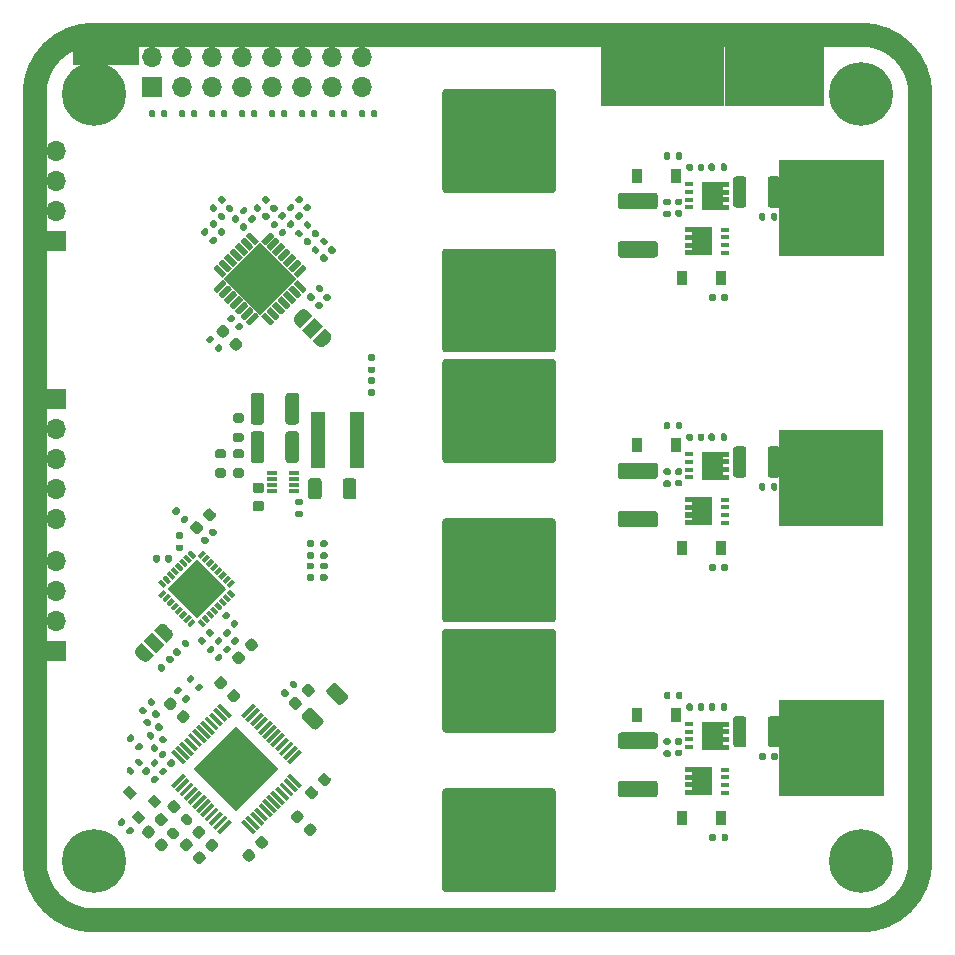
<source format=gts>
G04 #@! TF.GenerationSoftware,KiCad,Pcbnew,5.1.10-88a1d61d58~90~ubuntu20.04.1*
G04 #@! TF.CreationDate,2021-09-18T22:35:19+02:00*
G04 #@! TF.ProjectId,eval_board_tmc6200-ta,6576616c-5f62-46f6-9172-645f746d6336,rev?*
G04 #@! TF.SameCoordinates,Original*
G04 #@! TF.FileFunction,Soldermask,Top*
G04 #@! TF.FilePolarity,Negative*
%FSLAX46Y46*%
G04 Gerber Fmt 4.6, Leading zero omitted, Abs format (unit mm)*
G04 Created by KiCad (PCBNEW 5.1.10-88a1d61d58~90~ubuntu20.04.1) date 2021-09-18 22:35:19*
%MOMM*%
%LPD*%
G01*
G04 APERTURE LIST*
%ADD10C,2.000000*%
%ADD11C,0.100000*%
%ADD12C,0.010000*%
%ADD13C,5.400000*%
%ADD14C,3.100000*%
%ADD15R,1.200000X4.700000*%
%ADD16O,1.700000X1.700000*%
%ADD17R,1.700000X1.700000*%
%ADD18R,0.850000X0.300000*%
%ADD19R,0.950000X0.300000*%
%ADD20R,0.700000X0.420000*%
%ADD21R,0.900000X1.200000*%
G04 APERTURE END LIST*
D10*
X195000000Y-115000000D02*
G75*
G02*
X190000000Y-110000000I0J5000000D01*
G01*
X265000000Y-45000000D02*
X265000000Y-110000000D01*
X260000000Y-115000000D02*
X195000000Y-115000000D01*
X190000000Y-110000000D02*
X190000000Y-45000000D01*
X195000000Y-40000000D02*
X260000000Y-40000000D01*
X260000000Y-40000000D02*
G75*
G02*
X265000000Y-45000000I0J-5000000D01*
G01*
X190000000Y-45000000D02*
G75*
G02*
X195000000Y-40000000I5000000J0D01*
G01*
X265000000Y-110000000D02*
G75*
G02*
X260000000Y-115000000I-5000000J0D01*
G01*
D11*
G36*
X256750000Y-46000000D02*
G01*
X248500000Y-46000000D01*
X248500000Y-40000000D01*
X256750000Y-40000000D01*
X256750000Y-46000000D01*
G37*
X256750000Y-46000000D02*
X248500000Y-46000000D01*
X248500000Y-40000000D01*
X256750000Y-40000000D01*
X256750000Y-46000000D01*
G36*
X248250000Y-46000000D02*
G01*
X238000000Y-46000000D01*
X238000000Y-40000000D01*
X248250000Y-40000000D01*
X248250000Y-46000000D01*
G37*
X248250000Y-46000000D02*
X238000000Y-46000000D01*
X238000000Y-40000000D01*
X248250000Y-40000000D01*
X248250000Y-46000000D01*
D12*
G36*
X198750000Y-42500000D02*
G01*
X193250000Y-42500000D01*
X193250000Y-40000000D01*
X198750000Y-40000000D01*
X198750000Y-42500000D01*
G37*
X198750000Y-42500000D02*
X193250000Y-42500000D01*
X193250000Y-40000000D01*
X198750000Y-40000000D01*
X198750000Y-42500000D01*
D11*
G36*
X261793011Y-104350000D02*
G01*
X253029526Y-104350000D01*
X253029526Y-96350000D01*
X261793011Y-96350000D01*
X261793011Y-104350000D01*
G37*
X261793011Y-104350000D02*
X253029526Y-104350000D01*
X253029526Y-96350000D01*
X261793011Y-96350000D01*
X261793011Y-104350000D01*
G36*
X261808231Y-58650000D02*
G01*
X253044746Y-58650000D01*
X253044746Y-50650000D01*
X261808231Y-50650000D01*
X261808231Y-58650000D01*
G37*
X261808231Y-58650000D02*
X253044746Y-58650000D01*
X253044746Y-50650000D01*
X261808231Y-50650000D01*
X261808231Y-58650000D01*
G36*
X261788011Y-81500000D02*
G01*
X253024526Y-81500000D01*
X253024526Y-73500000D01*
X261788011Y-73500000D01*
X261788011Y-81500000D01*
G37*
X261788011Y-81500000D02*
X253024526Y-81500000D01*
X253024526Y-73500000D01*
X261788011Y-73500000D01*
X261788011Y-81500000D01*
G36*
G01*
X197753267Y-107339896D02*
X198014896Y-107078267D01*
G75*
G02*
X198205814Y-107078267I95459J-95459D01*
G01*
X198396733Y-107269186D01*
G75*
G02*
X198396733Y-107460104I-95459J-95459D01*
G01*
X198135104Y-107721733D01*
G75*
G02*
X197944186Y-107721733I-95459J95459D01*
G01*
X197753267Y-107530814D01*
G75*
G02*
X197753267Y-107339896I95459J95459D01*
G01*
G37*
G36*
G01*
X197032019Y-106618648D02*
X197293648Y-106357019D01*
G75*
G02*
X197484566Y-106357019I95459J-95459D01*
G01*
X197675485Y-106547938D01*
G75*
G02*
X197675485Y-106738856I-95459J-95459D01*
G01*
X197413856Y-107000485D01*
G75*
G02*
X197222938Y-107000485I-95459J95459D01*
G01*
X197032019Y-106809566D01*
G75*
G02*
X197032019Y-106618648I95459J95459D01*
G01*
G37*
G36*
X212480805Y-64846149D02*
G01*
X212091896Y-64457240D01*
X212092322Y-64456814D01*
X212074973Y-64439466D01*
X212043846Y-64401536D01*
X212016585Y-64360738D01*
X211993455Y-64317464D01*
X211974677Y-64272132D01*
X211960434Y-64225177D01*
X211950861Y-64177052D01*
X211946052Y-64128221D01*
X211946052Y-64079152D01*
X211950861Y-64030322D01*
X211960434Y-63982197D01*
X211974677Y-63935242D01*
X211993455Y-63889909D01*
X212016585Y-63846635D01*
X212043846Y-63805837D01*
X212074973Y-63767907D01*
X212092322Y-63750559D01*
X212091896Y-63750133D01*
X212445449Y-63396580D01*
X212445875Y-63397006D01*
X212463223Y-63379657D01*
X212501153Y-63348530D01*
X212541951Y-63321269D01*
X212585225Y-63298139D01*
X212630558Y-63279361D01*
X212677513Y-63265118D01*
X212725638Y-63255545D01*
X212774468Y-63250736D01*
X212823537Y-63250736D01*
X212872368Y-63255545D01*
X212920493Y-63265118D01*
X212967448Y-63279361D01*
X213012780Y-63298139D01*
X213056054Y-63321269D01*
X213096852Y-63348530D01*
X213134782Y-63379657D01*
X213152130Y-63397006D01*
X213152556Y-63396580D01*
X213541465Y-63785489D01*
X212480805Y-64846149D01*
G37*
G36*
X212657582Y-65022926D02*
G01*
X213718242Y-63962266D01*
X214425348Y-64669372D01*
X213364688Y-65730032D01*
X212657582Y-65022926D01*
G37*
G36*
X214990608Y-65235484D02*
G01*
X215007957Y-65252832D01*
X215039084Y-65290762D01*
X215066345Y-65331560D01*
X215089475Y-65374834D01*
X215108253Y-65420166D01*
X215122496Y-65467121D01*
X215132069Y-65515246D01*
X215136878Y-65564077D01*
X215136878Y-65613146D01*
X215132069Y-65661976D01*
X215122496Y-65710101D01*
X215108253Y-65757056D01*
X215089475Y-65802389D01*
X215066345Y-65845663D01*
X215039084Y-65886461D01*
X215007957Y-65924391D01*
X214990608Y-65941739D01*
X214991034Y-65942165D01*
X214637481Y-66295718D01*
X214637055Y-66295292D01*
X214619707Y-66312641D01*
X214581777Y-66343768D01*
X214540979Y-66371029D01*
X214497705Y-66394159D01*
X214452372Y-66412937D01*
X214405417Y-66427180D01*
X214357292Y-66436753D01*
X214308462Y-66441562D01*
X214259393Y-66441562D01*
X214210562Y-66436753D01*
X214162437Y-66427180D01*
X214115482Y-66412937D01*
X214070150Y-66394159D01*
X214026876Y-66371029D01*
X213986078Y-66343768D01*
X213948148Y-66312641D01*
X213930800Y-66295292D01*
X213930374Y-66295718D01*
X213541465Y-65906809D01*
X214602125Y-64846149D01*
X214991034Y-65235058D01*
X214990608Y-65235484D01*
G37*
G36*
G01*
X233883600Y-99112500D02*
X224776400Y-99112500D01*
G75*
G02*
X224530000Y-98866100I0J246400D01*
G01*
X224530000Y-90558900D01*
G75*
G02*
X224776400Y-90312500I246400J0D01*
G01*
X233883600Y-90312500D01*
G75*
G02*
X234130000Y-90558900I0J-246400D01*
G01*
X234130000Y-98866100D01*
G75*
G02*
X233883600Y-99112500I-246400J0D01*
G01*
G37*
G36*
G01*
X233880003Y-112612500D02*
X224779997Y-112612500D01*
G75*
G02*
X224530000Y-112362503I0J249997D01*
G01*
X224530000Y-104062497D01*
G75*
G02*
X224779997Y-103812500I249997J0D01*
G01*
X233880003Y-103812500D01*
G75*
G02*
X234130000Y-104062497I0J-249997D01*
G01*
X234130000Y-112362503D01*
G75*
G02*
X233880003Y-112612500I-249997J0D01*
G01*
G37*
G36*
X198667144Y-104210691D02*
G01*
X198101458Y-104776377D01*
X197465062Y-104139981D01*
X198030748Y-103574295D01*
X198667144Y-104210691D01*
G37*
G36*
X200753109Y-104953153D02*
G01*
X200187423Y-105518839D01*
X199551027Y-104882443D01*
X200116713Y-104316757D01*
X200753109Y-104953153D01*
G37*
G36*
X199409606Y-106296656D02*
G01*
X198843920Y-106862342D01*
X198207524Y-106225946D01*
X198773210Y-105660260D01*
X199409606Y-106296656D01*
G37*
D13*
X195000000Y-110000000D03*
D14*
X195000000Y-110000000D03*
G36*
G01*
X202728072Y-91882220D02*
X202466443Y-91620591D01*
G75*
G02*
X202466443Y-91429673I95459J95459D01*
G01*
X202657362Y-91238754D01*
G75*
G02*
X202848280Y-91238754I95459J-95459D01*
G01*
X203109909Y-91500383D01*
G75*
G02*
X203109909Y-91691301I-95459J-95459D01*
G01*
X202918990Y-91882220D01*
G75*
G02*
X202728072Y-91882220I-95459J95459D01*
G01*
G37*
G36*
G01*
X202006824Y-92603468D02*
X201745195Y-92341839D01*
G75*
G02*
X201745195Y-92150921I95459J95459D01*
G01*
X201936114Y-91960002D01*
G75*
G02*
X202127032Y-91960002I95459J-95459D01*
G01*
X202388661Y-92221631D01*
G75*
G02*
X202388661Y-92412549I-95459J-95459D01*
G01*
X202197742Y-92603468D01*
G75*
G02*
X202006824Y-92603468I-95459J95459D01*
G01*
G37*
G36*
G01*
X202286109Y-80399480D02*
X202024480Y-80661109D01*
G75*
G02*
X201833562Y-80661109I-95459J95459D01*
G01*
X201642643Y-80470190D01*
G75*
G02*
X201642643Y-80279272I95459J95459D01*
G01*
X201904272Y-80017643D01*
G75*
G02*
X202095190Y-80017643I95459J-95459D01*
G01*
X202286109Y-80208562D01*
G75*
G02*
X202286109Y-80399480I-95459J-95459D01*
G01*
G37*
G36*
G01*
X203007357Y-81120728D02*
X202745728Y-81382357D01*
G75*
G02*
X202554810Y-81382357I-95459J95459D01*
G01*
X202363891Y-81191438D01*
G75*
G02*
X202363891Y-81000520I95459J95459D01*
G01*
X202625520Y-80738891D01*
G75*
G02*
X202816438Y-80738891I95459J-95459D01*
G01*
X203007357Y-80929810D01*
G75*
G02*
X203007357Y-81120728I-95459J-95459D01*
G01*
G37*
G36*
G01*
X218710000Y-67620000D02*
X218340000Y-67620000D01*
G75*
G02*
X218205000Y-67485000I0J135000D01*
G01*
X218205000Y-67215000D01*
G75*
G02*
X218340000Y-67080000I135000J0D01*
G01*
X218710000Y-67080000D01*
G75*
G02*
X218845000Y-67215000I0J-135000D01*
G01*
X218845000Y-67485000D01*
G75*
G02*
X218710000Y-67620000I-135000J0D01*
G01*
G37*
G36*
G01*
X218710000Y-68640000D02*
X218340000Y-68640000D01*
G75*
G02*
X218205000Y-68505000I0J135000D01*
G01*
X218205000Y-68235000D01*
G75*
G02*
X218340000Y-68100000I135000J0D01*
G01*
X218710000Y-68100000D01*
G75*
G02*
X218845000Y-68235000I0J-135000D01*
G01*
X218845000Y-68505000D01*
G75*
G02*
X218710000Y-68640000I-135000J0D01*
G01*
G37*
G36*
G01*
X214685000Y-83365000D02*
X214315000Y-83365000D01*
G75*
G02*
X214180000Y-83230000I0J135000D01*
G01*
X214180000Y-82960000D01*
G75*
G02*
X214315000Y-82825000I135000J0D01*
G01*
X214685000Y-82825000D01*
G75*
G02*
X214820000Y-82960000I0J-135000D01*
G01*
X214820000Y-83230000D01*
G75*
G02*
X214685000Y-83365000I-135000J0D01*
G01*
G37*
G36*
G01*
X214685000Y-84385000D02*
X214315000Y-84385000D01*
G75*
G02*
X214180000Y-84250000I0J135000D01*
G01*
X214180000Y-83980000D01*
G75*
G02*
X214315000Y-83845000I135000J0D01*
G01*
X214685000Y-83845000D01*
G75*
G02*
X214820000Y-83980000I0J-135000D01*
G01*
X214820000Y-84250000D01*
G75*
G02*
X214685000Y-84385000I-135000J0D01*
G01*
G37*
G36*
G01*
X213535000Y-83365000D02*
X213165000Y-83365000D01*
G75*
G02*
X213030000Y-83230000I0J135000D01*
G01*
X213030000Y-82960000D01*
G75*
G02*
X213165000Y-82825000I135000J0D01*
G01*
X213535000Y-82825000D01*
G75*
G02*
X213670000Y-82960000I0J-135000D01*
G01*
X213670000Y-83230000D01*
G75*
G02*
X213535000Y-83365000I-135000J0D01*
G01*
G37*
G36*
G01*
X213535000Y-84385000D02*
X213165000Y-84385000D01*
G75*
G02*
X213030000Y-84250000I0J135000D01*
G01*
X213030000Y-83980000D01*
G75*
G02*
X213165000Y-83845000I135000J0D01*
G01*
X213535000Y-83845000D01*
G75*
G02*
X213670000Y-83980000I0J-135000D01*
G01*
X213670000Y-84250000D01*
G75*
G02*
X213535000Y-84385000I-135000J0D01*
G01*
G37*
G36*
G01*
X205250638Y-66476030D02*
X205512267Y-66214401D01*
G75*
G02*
X205703185Y-66214401I95459J-95459D01*
G01*
X205894104Y-66405320D01*
G75*
G02*
X205894104Y-66596238I-95459J-95459D01*
G01*
X205632475Y-66857867D01*
G75*
G02*
X205441557Y-66857867I-95459J95459D01*
G01*
X205250638Y-66666948D01*
G75*
G02*
X205250638Y-66476030I95459J95459D01*
G01*
G37*
G36*
G01*
X204529390Y-65754782D02*
X204791019Y-65493153D01*
G75*
G02*
X204981937Y-65493153I95459J-95459D01*
G01*
X205172856Y-65684072D01*
G75*
G02*
X205172856Y-65874990I-95459J-95459D01*
G01*
X204911227Y-66136619D01*
G75*
G02*
X204720309Y-66136619I-95459J95459D01*
G01*
X204529390Y-65945700D01*
G75*
G02*
X204529390Y-65754782I95459J95459D01*
G01*
G37*
G36*
G01*
X198174480Y-102013891D02*
X198436109Y-102275520D01*
G75*
G02*
X198436109Y-102466438I-95459J-95459D01*
G01*
X198245190Y-102657357D01*
G75*
G02*
X198054272Y-102657357I-95459J95459D01*
G01*
X197792643Y-102395728D01*
G75*
G02*
X197792643Y-102204810I95459J95459D01*
G01*
X197983562Y-102013891D01*
G75*
G02*
X198174480Y-102013891I95459J-95459D01*
G01*
G37*
G36*
G01*
X198895728Y-101292643D02*
X199157357Y-101554272D01*
G75*
G02*
X199157357Y-101745190I-95459J-95459D01*
G01*
X198966438Y-101936109D01*
G75*
G02*
X198775520Y-101936109I-95459J95459D01*
G01*
X198513891Y-101674480D01*
G75*
G02*
X198513891Y-101483562I95459J95459D01*
G01*
X198704810Y-101292643D01*
G75*
G02*
X198895728Y-101292643I95459J-95459D01*
G01*
G37*
G36*
G01*
X198436109Y-99624480D02*
X198174480Y-99886109D01*
G75*
G02*
X197983562Y-99886109I-95459J95459D01*
G01*
X197792643Y-99695190D01*
G75*
G02*
X197792643Y-99504272I95459J95459D01*
G01*
X198054272Y-99242643D01*
G75*
G02*
X198245190Y-99242643I95459J-95459D01*
G01*
X198436109Y-99433562D01*
G75*
G02*
X198436109Y-99624480I-95459J-95459D01*
G01*
G37*
G36*
G01*
X199157357Y-100345728D02*
X198895728Y-100607357D01*
G75*
G02*
X198704810Y-100607357I-95459J95459D01*
G01*
X198513891Y-100416438D01*
G75*
G02*
X198513891Y-100225520I95459J95459D01*
G01*
X198775520Y-99963891D01*
G75*
G02*
X198966438Y-99963891I95459J-95459D01*
G01*
X199157357Y-100154810D01*
G75*
G02*
X199157357Y-100345728I-95459J-95459D01*
G01*
G37*
G36*
G01*
X211850520Y-95336109D02*
X211588891Y-95074480D01*
G75*
G02*
X211588891Y-94883562I95459J95459D01*
G01*
X211779810Y-94692643D01*
G75*
G02*
X211970728Y-94692643I95459J-95459D01*
G01*
X212232357Y-94954272D01*
G75*
G02*
X212232357Y-95145190I-95459J-95459D01*
G01*
X212041438Y-95336109D01*
G75*
G02*
X211850520Y-95336109I-95459J95459D01*
G01*
G37*
G36*
G01*
X211129272Y-96057357D02*
X210867643Y-95795728D01*
G75*
G02*
X210867643Y-95604810I95459J95459D01*
G01*
X211058562Y-95413891D01*
G75*
G02*
X211249480Y-95413891I95459J-95459D01*
G01*
X211511109Y-95675520D01*
G75*
G02*
X211511109Y-95866438I-95459J-95459D01*
G01*
X211320190Y-96057357D01*
G75*
G02*
X211129272Y-96057357I-95459J95459D01*
G01*
G37*
G36*
G01*
X200540978Y-102315645D02*
X200802607Y-102054016D01*
G75*
G02*
X200993525Y-102054016I95459J-95459D01*
G01*
X201184444Y-102244935D01*
G75*
G02*
X201184444Y-102435853I-95459J-95459D01*
G01*
X200922815Y-102697482D01*
G75*
G02*
X200731897Y-102697482I-95459J95459D01*
G01*
X200540978Y-102506563D01*
G75*
G02*
X200540978Y-102315645I95459J95459D01*
G01*
G37*
G36*
G01*
X199819730Y-101594397D02*
X200081359Y-101332768D01*
G75*
G02*
X200272277Y-101332768I95459J-95459D01*
G01*
X200463196Y-101523687D01*
G75*
G02*
X200463196Y-101714605I-95459J-95459D01*
G01*
X200201567Y-101976234D01*
G75*
G02*
X200010649Y-101976234I-95459J95459D01*
G01*
X199819730Y-101785315D01*
G75*
G02*
X199819730Y-101594397I95459J95459D01*
G01*
G37*
G36*
G01*
X202803719Y-106933052D02*
X202414810Y-106544143D01*
G75*
G02*
X202414810Y-106261301I141421J141421D01*
G01*
X202697653Y-105978458D01*
G75*
G02*
X202980495Y-105978458I141421J-141421D01*
G01*
X203369404Y-106367367D01*
G75*
G02*
X203369404Y-106650209I-141421J-141421D01*
G01*
X203086561Y-106933052D01*
G75*
G02*
X202803719Y-106933052I-141421J141421D01*
G01*
G37*
G36*
G01*
X201636993Y-108099778D02*
X201248084Y-107710869D01*
G75*
G02*
X201248084Y-107428027I141421J141421D01*
G01*
X201530927Y-107145184D01*
G75*
G02*
X201813769Y-107145184I141421J-141421D01*
G01*
X202202678Y-107534093D01*
G75*
G02*
X202202678Y-107816935I-141421J-141421D01*
G01*
X201919835Y-108099778D01*
G75*
G02*
X201636993Y-108099778I-141421J141421D01*
G01*
G37*
G36*
G01*
X201354517Y-93238097D02*
X201110565Y-92994145D01*
G75*
G02*
X201110565Y-92785549I104298J104298D01*
G01*
X201319161Y-92576953D01*
G75*
G02*
X201527757Y-92576953I104298J-104298D01*
G01*
X201771709Y-92820905D01*
G75*
G02*
X201771709Y-93029501I-104298J-104298D01*
G01*
X201563113Y-93238097D01*
G75*
G02*
X201354517Y-93238097I-104298J104298D01*
G01*
G37*
G36*
G01*
X200668623Y-93923991D02*
X200424671Y-93680039D01*
G75*
G02*
X200424671Y-93471443I104298J104298D01*
G01*
X200633267Y-93262847D01*
G75*
G02*
X200841863Y-93262847I104298J-104298D01*
G01*
X201085815Y-93506799D01*
G75*
G02*
X201085815Y-93715395I-104298J-104298D01*
G01*
X200877219Y-93923991D01*
G75*
G02*
X200668623Y-93923991I-104298J104298D01*
G01*
G37*
G36*
G01*
X218697500Y-69595000D02*
X218352500Y-69595000D01*
G75*
G02*
X218205000Y-69447500I0J147500D01*
G01*
X218205000Y-69152500D01*
G75*
G02*
X218352500Y-69005000I147500J0D01*
G01*
X218697500Y-69005000D01*
G75*
G02*
X218845000Y-69152500I0J-147500D01*
G01*
X218845000Y-69447500D01*
G75*
G02*
X218697500Y-69595000I-147500J0D01*
G01*
G37*
G36*
G01*
X218697500Y-70565000D02*
X218352500Y-70565000D01*
G75*
G02*
X218205000Y-70417500I0J147500D01*
G01*
X218205000Y-70122500D01*
G75*
G02*
X218352500Y-69975000I147500J0D01*
G01*
X218697500Y-69975000D01*
G75*
G02*
X218845000Y-70122500I0J-147500D01*
G01*
X218845000Y-70417500D01*
G75*
G02*
X218697500Y-70565000I-147500J0D01*
G01*
G37*
G36*
G01*
X214672500Y-85285000D02*
X214327500Y-85285000D01*
G75*
G02*
X214180000Y-85137500I0J147500D01*
G01*
X214180000Y-84842500D01*
G75*
G02*
X214327500Y-84695000I147500J0D01*
G01*
X214672500Y-84695000D01*
G75*
G02*
X214820000Y-84842500I0J-147500D01*
G01*
X214820000Y-85137500D01*
G75*
G02*
X214672500Y-85285000I-147500J0D01*
G01*
G37*
G36*
G01*
X214672500Y-86255000D02*
X214327500Y-86255000D01*
G75*
G02*
X214180000Y-86107500I0J147500D01*
G01*
X214180000Y-85812500D01*
G75*
G02*
X214327500Y-85665000I147500J0D01*
G01*
X214672500Y-85665000D01*
G75*
G02*
X214820000Y-85812500I0J-147500D01*
G01*
X214820000Y-86107500D01*
G75*
G02*
X214672500Y-86255000I-147500J0D01*
G01*
G37*
D15*
X217280000Y-74325000D03*
X213970000Y-74325000D03*
G36*
G01*
X210260489Y-57115114D02*
X209553382Y-57822221D01*
G75*
G02*
X209454388Y-57822221I-49497J49497D01*
G01*
X209192759Y-57560592D01*
G75*
G02*
X209192759Y-57461598I49497J49497D01*
G01*
X209899866Y-56754491D01*
G75*
G02*
X209998860Y-56754491I49497J-49497D01*
G01*
X210260489Y-57016120D01*
G75*
G02*
X210260489Y-57115114I-49497J-49497D01*
G01*
G37*
G36*
G01*
X206689600Y-61605243D02*
X205982493Y-62312350D01*
G75*
G02*
X205883499Y-62312350I-49497J49497D01*
G01*
X205621870Y-62050721D01*
G75*
G02*
X205621870Y-61951727I49497J49497D01*
G01*
X206328977Y-61244620D01*
G75*
G02*
X206427971Y-61244620I49497J-49497D01*
G01*
X206689600Y-61506249D01*
G75*
G02*
X206689600Y-61605243I-49497J-49497D01*
G01*
G37*
G36*
G01*
X211639347Y-58493973D02*
X210932240Y-59201080D01*
G75*
G02*
X210833246Y-59201080I-49497J49497D01*
G01*
X210571617Y-58939451D01*
G75*
G02*
X210571617Y-58840457I49497J49497D01*
G01*
X211278724Y-58133350D01*
G75*
G02*
X211377718Y-58133350I49497J-49497D01*
G01*
X211639347Y-58394979D01*
G75*
G02*
X211639347Y-58493973I-49497J-49497D01*
G01*
G37*
G36*
G01*
X206229980Y-61145623D02*
X205522873Y-61852730D01*
G75*
G02*
X205423879Y-61852730I-49497J49497D01*
G01*
X205162250Y-61591101D01*
G75*
G02*
X205162250Y-61492107I49497J49497D01*
G01*
X205869357Y-60785000D01*
G75*
G02*
X205968351Y-60785000I49497J-49497D01*
G01*
X206229980Y-61046629D01*
G75*
G02*
X206229980Y-61145623I-49497J-49497D01*
G01*
G37*
G36*
G01*
X207149219Y-62064862D02*
X206442112Y-62771969D01*
G75*
G02*
X206343118Y-62771969I-49497J49497D01*
G01*
X206081489Y-62510340D01*
G75*
G02*
X206081489Y-62411346I49497J49497D01*
G01*
X206788596Y-61704239D01*
G75*
G02*
X206887590Y-61704239I49497J-49497D01*
G01*
X207149219Y-61965868D01*
G75*
G02*
X207149219Y-62064862I-49497J-49497D01*
G01*
G37*
G36*
G01*
X208068458Y-62984101D02*
X207361351Y-63691208D01*
G75*
G02*
X207262357Y-63691208I-49497J49497D01*
G01*
X207000728Y-63429579D01*
G75*
G02*
X207000728Y-63330585I49497J49497D01*
G01*
X207707835Y-62623478D01*
G75*
G02*
X207806829Y-62623478I49497J-49497D01*
G01*
X208068458Y-62885107D01*
G75*
G02*
X208068458Y-62984101I-49497J-49497D01*
G01*
G37*
G36*
G01*
X207608839Y-62524481D02*
X206901732Y-63231588D01*
G75*
G02*
X206802738Y-63231588I-49497J49497D01*
G01*
X206541109Y-62969959D01*
G75*
G02*
X206541109Y-62870965I49497J49497D01*
G01*
X207248216Y-62163858D01*
G75*
G02*
X207347210Y-62163858I49497J-49497D01*
G01*
X207608839Y-62425487D01*
G75*
G02*
X207608839Y-62524481I-49497J-49497D01*
G01*
G37*
G36*
G01*
X210720109Y-57574734D02*
X210013002Y-58281841D01*
G75*
G02*
X209914008Y-58281841I-49497J49497D01*
G01*
X209652379Y-58020212D01*
G75*
G02*
X209652379Y-57921218I49497J49497D01*
G01*
X210359486Y-57214111D01*
G75*
G02*
X210458480Y-57214111I49497J-49497D01*
G01*
X210720109Y-57475740D01*
G75*
G02*
X210720109Y-57574734I-49497J-49497D01*
G01*
G37*
G36*
G01*
X208528077Y-63443720D02*
X207820970Y-64150827D01*
G75*
G02*
X207721976Y-64150827I-49497J49497D01*
G01*
X207460347Y-63889198D01*
G75*
G02*
X207460347Y-63790204I49497J49497D01*
G01*
X208167454Y-63083097D01*
G75*
G02*
X208266448Y-63083097I49497J-49497D01*
G01*
X208528077Y-63344726D01*
G75*
G02*
X208528077Y-63443720I-49497J-49497D01*
G01*
G37*
G36*
G01*
X208987697Y-63903340D02*
X208280590Y-64610447D01*
G75*
G02*
X208181596Y-64610447I-49497J49497D01*
G01*
X207919967Y-64348818D01*
G75*
G02*
X207919967Y-64249824I49497J49497D01*
G01*
X208627074Y-63542717D01*
G75*
G02*
X208726068Y-63542717I49497J-49497D01*
G01*
X208987697Y-63804346D01*
G75*
G02*
X208987697Y-63903340I-49497J-49497D01*
G01*
G37*
G36*
G01*
X213018206Y-59872831D02*
X212311099Y-60579938D01*
G75*
G02*
X212212105Y-60579938I-49497J49497D01*
G01*
X211950476Y-60318309D01*
G75*
G02*
X211950476Y-60219315I49497J49497D01*
G01*
X212657583Y-59512208D01*
G75*
G02*
X212756577Y-59512208I49497J-49497D01*
G01*
X213018206Y-59773837D01*
G75*
G02*
X213018206Y-59872831I-49497J-49497D01*
G01*
G37*
G36*
G01*
X212558586Y-59413211D02*
X211851479Y-60120318D01*
G75*
G02*
X211752485Y-60120318I-49497J49497D01*
G01*
X211490856Y-59858689D01*
G75*
G02*
X211490856Y-59759695I49497J49497D01*
G01*
X212197963Y-59052588D01*
G75*
G02*
X212296957Y-59052588I49497J-49497D01*
G01*
X212558586Y-59314217D01*
G75*
G02*
X212558586Y-59413211I-49497J-49497D01*
G01*
G37*
G36*
G01*
X212098967Y-58953592D02*
X211391860Y-59660699D01*
G75*
G02*
X211292866Y-59660699I-49497J49497D01*
G01*
X211031237Y-59399070D01*
G75*
G02*
X211031237Y-59300076I49497J49497D01*
G01*
X211738344Y-58592969D01*
G75*
G02*
X211837338Y-58592969I49497J-49497D01*
G01*
X212098967Y-58854598D01*
G75*
G02*
X212098967Y-58953592I-49497J-49497D01*
G01*
G37*
G36*
G01*
X211179728Y-58034353D02*
X210472621Y-58741460D01*
G75*
G02*
X210373627Y-58741460I-49497J49497D01*
G01*
X210111998Y-58479831D01*
G75*
G02*
X210111998Y-58380837I49497J49497D01*
G01*
X210819105Y-57673730D01*
G75*
G02*
X210918099Y-57673730I49497J-49497D01*
G01*
X211179728Y-57935359D01*
G75*
G02*
X211179728Y-58034353I-49497J-49497D01*
G01*
G37*
G36*
G01*
X209040731Y-63737170D02*
X206035527Y-60731966D01*
G75*
G02*
X206035527Y-60632972I49497J49497D01*
G01*
X209040731Y-57627768D01*
G75*
G02*
X209139725Y-57627768I49497J-49497D01*
G01*
X212144929Y-60632972D01*
G75*
G02*
X212144929Y-60731966I-49497J-49497D01*
G01*
X209139725Y-63737170D01*
G75*
G02*
X209040731Y-63737170I-49497J49497D01*
G01*
G37*
G36*
G01*
X212657583Y-61852730D02*
X211950476Y-61145623D01*
G75*
G02*
X211950476Y-61046629I49497J49497D01*
G01*
X212212105Y-60785000D01*
G75*
G02*
X212311099Y-60785000I49497J-49497D01*
G01*
X213018206Y-61492107D01*
G75*
G02*
X213018206Y-61591101I-49497J-49497D01*
G01*
X212756577Y-61852730D01*
G75*
G02*
X212657583Y-61852730I-49497J49497D01*
G01*
G37*
G36*
G01*
X212197963Y-62312350D02*
X211490856Y-61605243D01*
G75*
G02*
X211490856Y-61506249I49497J49497D01*
G01*
X211752485Y-61244620D01*
G75*
G02*
X211851479Y-61244620I49497J-49497D01*
G01*
X212558586Y-61951727D01*
G75*
G02*
X212558586Y-62050721I-49497J-49497D01*
G01*
X212296957Y-62312350D01*
G75*
G02*
X212197963Y-62312350I-49497J49497D01*
G01*
G37*
G36*
G01*
X211738344Y-62771969D02*
X211031237Y-62064862D01*
G75*
G02*
X211031237Y-61965868I49497J49497D01*
G01*
X211292866Y-61704239D01*
G75*
G02*
X211391860Y-61704239I49497J-49497D01*
G01*
X212098967Y-62411346D01*
G75*
G02*
X212098967Y-62510340I-49497J-49497D01*
G01*
X211837338Y-62771969D01*
G75*
G02*
X211738344Y-62771969I-49497J49497D01*
G01*
G37*
G36*
G01*
X211278724Y-63231588D02*
X210571617Y-62524481D01*
G75*
G02*
X210571617Y-62425487I49497J49497D01*
G01*
X210833246Y-62163858D01*
G75*
G02*
X210932240Y-62163858I49497J-49497D01*
G01*
X211639347Y-62870965D01*
G75*
G02*
X211639347Y-62969959I-49497J-49497D01*
G01*
X211377718Y-63231588D01*
G75*
G02*
X211278724Y-63231588I-49497J49497D01*
G01*
G37*
G36*
G01*
X210819105Y-63691208D02*
X210111998Y-62984101D01*
G75*
G02*
X210111998Y-62885107I49497J49497D01*
G01*
X210373627Y-62623478D01*
G75*
G02*
X210472621Y-62623478I49497J-49497D01*
G01*
X211179728Y-63330585D01*
G75*
G02*
X211179728Y-63429579I-49497J-49497D01*
G01*
X210918099Y-63691208D01*
G75*
G02*
X210819105Y-63691208I-49497J49497D01*
G01*
G37*
G36*
G01*
X210359486Y-64150827D02*
X209652379Y-63443720D01*
G75*
G02*
X209652379Y-63344726I49497J49497D01*
G01*
X209914008Y-63083097D01*
G75*
G02*
X210013002Y-63083097I49497J-49497D01*
G01*
X210720109Y-63790204D01*
G75*
G02*
X210720109Y-63889198I-49497J-49497D01*
G01*
X210458480Y-64150827D01*
G75*
G02*
X210359486Y-64150827I-49497J49497D01*
G01*
G37*
G36*
G01*
X209899866Y-64610447D02*
X209192759Y-63903340D01*
G75*
G02*
X209192759Y-63804346I49497J49497D01*
G01*
X209454388Y-63542717D01*
G75*
G02*
X209553382Y-63542717I49497J-49497D01*
G01*
X210260489Y-64249824D01*
G75*
G02*
X210260489Y-64348818I-49497J-49497D01*
G01*
X209998860Y-64610447D01*
G75*
G02*
X209899866Y-64610447I-49497J49497D01*
G01*
G37*
G36*
G01*
X208627074Y-57822221D02*
X207919967Y-57115114D01*
G75*
G02*
X207919967Y-57016120I49497J49497D01*
G01*
X208181596Y-56754491D01*
G75*
G02*
X208280590Y-56754491I49497J-49497D01*
G01*
X208987697Y-57461598D01*
G75*
G02*
X208987697Y-57560592I-49497J-49497D01*
G01*
X208726068Y-57822221D01*
G75*
G02*
X208627074Y-57822221I-49497J49497D01*
G01*
G37*
G36*
G01*
X208167454Y-58281841D02*
X207460347Y-57574734D01*
G75*
G02*
X207460347Y-57475740I49497J49497D01*
G01*
X207721976Y-57214111D01*
G75*
G02*
X207820970Y-57214111I49497J-49497D01*
G01*
X208528077Y-57921218D01*
G75*
G02*
X208528077Y-58020212I-49497J-49497D01*
G01*
X208266448Y-58281841D01*
G75*
G02*
X208167454Y-58281841I-49497J49497D01*
G01*
G37*
G36*
G01*
X207707835Y-58741460D02*
X207000728Y-58034353D01*
G75*
G02*
X207000728Y-57935359I49497J49497D01*
G01*
X207262357Y-57673730D01*
G75*
G02*
X207361351Y-57673730I49497J-49497D01*
G01*
X208068458Y-58380837D01*
G75*
G02*
X208068458Y-58479831I-49497J-49497D01*
G01*
X207806829Y-58741460D01*
G75*
G02*
X207707835Y-58741460I-49497J49497D01*
G01*
G37*
G36*
G01*
X207248216Y-59201080D02*
X206541109Y-58493973D01*
G75*
G02*
X206541109Y-58394979I49497J49497D01*
G01*
X206802738Y-58133350D01*
G75*
G02*
X206901732Y-58133350I49497J-49497D01*
G01*
X207608839Y-58840457D01*
G75*
G02*
X207608839Y-58939451I-49497J-49497D01*
G01*
X207347210Y-59201080D01*
G75*
G02*
X207248216Y-59201080I-49497J49497D01*
G01*
G37*
G36*
G01*
X206788596Y-59660699D02*
X206081489Y-58953592D01*
G75*
G02*
X206081489Y-58854598I49497J49497D01*
G01*
X206343118Y-58592969D01*
G75*
G02*
X206442112Y-58592969I49497J-49497D01*
G01*
X207149219Y-59300076D01*
G75*
G02*
X207149219Y-59399070I-49497J-49497D01*
G01*
X206887590Y-59660699D01*
G75*
G02*
X206788596Y-59660699I-49497J49497D01*
G01*
G37*
G36*
G01*
X206328977Y-60120318D02*
X205621870Y-59413211D01*
G75*
G02*
X205621870Y-59314217I49497J49497D01*
G01*
X205883499Y-59052588D01*
G75*
G02*
X205982493Y-59052588I49497J-49497D01*
G01*
X206689600Y-59759695D01*
G75*
G02*
X206689600Y-59858689I-49497J-49497D01*
G01*
X206427971Y-60120318D01*
G75*
G02*
X206328977Y-60120318I-49497J49497D01*
G01*
G37*
G36*
G01*
X205869357Y-60579938D02*
X205162250Y-59872831D01*
G75*
G02*
X205162250Y-59773837I49497J49497D01*
G01*
X205423879Y-59512208D01*
G75*
G02*
X205522873Y-59512208I49497J-49497D01*
G01*
X206229980Y-60219315D01*
G75*
G02*
X206229980Y-60318309I-49497J-49497D01*
G01*
X205968351Y-60579938D01*
G75*
G02*
X205869357Y-60579938I-49497J49497D01*
G01*
G37*
D16*
X191825000Y-80985000D03*
X191825000Y-78445000D03*
X191825000Y-75905000D03*
X191825000Y-73365000D03*
D17*
X191825000Y-70825000D03*
G36*
G01*
X199773766Y-102404034D02*
X199512137Y-102665663D01*
G75*
G02*
X199321219Y-102665663I-95459J95459D01*
G01*
X199130300Y-102474744D01*
G75*
G02*
X199130300Y-102283826I95459J95459D01*
G01*
X199391929Y-102022197D01*
G75*
G02*
X199582847Y-102022197I95459J-95459D01*
G01*
X199773766Y-102213116D01*
G75*
G02*
X199773766Y-102404034I-95459J-95459D01*
G01*
G37*
G36*
G01*
X200495014Y-103125282D02*
X200233385Y-103386911D01*
G75*
G02*
X200042467Y-103386911I-95459J95459D01*
G01*
X199851548Y-103195992D01*
G75*
G02*
X199851548Y-103005074I95459J95459D01*
G01*
X200113177Y-102743445D01*
G75*
G02*
X200304095Y-102743445I95459J-95459D01*
G01*
X200495014Y-102934364D01*
G75*
G02*
X200495014Y-103125282I-95459J-95459D01*
G01*
G37*
G36*
G01*
X201152625Y-101025176D02*
X200890996Y-101286805D01*
G75*
G02*
X200700078Y-101286805I-95459J95459D01*
G01*
X200509159Y-101095886D01*
G75*
G02*
X200509159Y-100904968I95459J95459D01*
G01*
X200770788Y-100643339D01*
G75*
G02*
X200961706Y-100643339I95459J-95459D01*
G01*
X201152625Y-100834258D01*
G75*
G02*
X201152625Y-101025176I-95459J-95459D01*
G01*
G37*
G36*
G01*
X201873873Y-101746424D02*
X201612244Y-102008053D01*
G75*
G02*
X201421326Y-102008053I-95459J95459D01*
G01*
X201230407Y-101817134D01*
G75*
G02*
X201230407Y-101626216I95459J95459D01*
G01*
X201492036Y-101364587D01*
G75*
G02*
X201682954Y-101364587I95459J-95459D01*
G01*
X201873873Y-101555506D01*
G75*
G02*
X201873873Y-101746424I-95459J-95459D01*
G01*
G37*
G36*
G01*
X200802607Y-100003405D02*
X200540978Y-99741776D01*
G75*
G02*
X200540978Y-99550858I95459J95459D01*
G01*
X200731897Y-99359939D01*
G75*
G02*
X200922815Y-99359939I95459J-95459D01*
G01*
X201184444Y-99621568D01*
G75*
G02*
X201184444Y-99812486I-95459J-95459D01*
G01*
X200993525Y-100003405D01*
G75*
G02*
X200802607Y-100003405I-95459J95459D01*
G01*
G37*
G36*
G01*
X200081359Y-100724653D02*
X199819730Y-100463024D01*
G75*
G02*
X199819730Y-100272106I95459J95459D01*
G01*
X200010649Y-100081187D01*
G75*
G02*
X200201567Y-100081187I95459J-95459D01*
G01*
X200463196Y-100342816D01*
G75*
G02*
X200463196Y-100533734I-95459J-95459D01*
G01*
X200272277Y-100724653D01*
G75*
G02*
X200081359Y-100724653I-95459J95459D01*
G01*
G37*
G36*
G01*
X200466731Y-98960423D02*
X200205102Y-98698794D01*
G75*
G02*
X200205102Y-98507876I95459J95459D01*
G01*
X200396021Y-98316957D01*
G75*
G02*
X200586939Y-98316957I95459J-95459D01*
G01*
X200848568Y-98578586D01*
G75*
G02*
X200848568Y-98769504I-95459J-95459D01*
G01*
X200657649Y-98960423D01*
G75*
G02*
X200466731Y-98960423I-95459J95459D01*
G01*
G37*
G36*
G01*
X199745483Y-99681671D02*
X199483854Y-99420042D01*
G75*
G02*
X199483854Y-99229124I95459J95459D01*
G01*
X199674773Y-99038205D01*
G75*
G02*
X199865691Y-99038205I95459J-95459D01*
G01*
X200127320Y-99299834D01*
G75*
G02*
X200127320Y-99490752I-95459J-95459D01*
G01*
X199936401Y-99681671D01*
G75*
G02*
X199745483Y-99681671I-95459J95459D01*
G01*
G37*
G36*
G01*
X200201566Y-97846729D02*
X199939937Y-97585100D01*
G75*
G02*
X199939937Y-97394182I95459J95459D01*
G01*
X200130856Y-97203263D01*
G75*
G02*
X200321774Y-97203263I95459J-95459D01*
G01*
X200583403Y-97464892D01*
G75*
G02*
X200583403Y-97655810I-95459J-95459D01*
G01*
X200392484Y-97846729D01*
G75*
G02*
X200201566Y-97846729I-95459J95459D01*
G01*
G37*
G36*
G01*
X199480318Y-98567977D02*
X199218689Y-98306348D01*
G75*
G02*
X199218689Y-98115430I95459J95459D01*
G01*
X199409608Y-97924511D01*
G75*
G02*
X199600526Y-97924511I95459J-95459D01*
G01*
X199862155Y-98186140D01*
G75*
G02*
X199862155Y-98377058I-95459J-95459D01*
G01*
X199671236Y-98567977D01*
G75*
G02*
X199480318Y-98567977I-95459J95459D01*
G01*
G37*
G36*
G01*
X199830335Y-96839102D02*
X199568706Y-96577473D01*
G75*
G02*
X199568706Y-96386555I95459J95459D01*
G01*
X199759625Y-96195636D01*
G75*
G02*
X199950543Y-96195636I95459J-95459D01*
G01*
X200212172Y-96457265D01*
G75*
G02*
X200212172Y-96648183I-95459J-95459D01*
G01*
X200021253Y-96839102D01*
G75*
G02*
X199830335Y-96839102I-95459J95459D01*
G01*
G37*
G36*
G01*
X199109087Y-97560350D02*
X198847458Y-97298721D01*
G75*
G02*
X198847458Y-97107803I95459J95459D01*
G01*
X199038377Y-96916884D01*
G75*
G02*
X199229295Y-96916884I95459J-95459D01*
G01*
X199490924Y-97178513D01*
G75*
G02*
X199490924Y-97369431I-95459J-95459D01*
G01*
X199300005Y-97560350D01*
G75*
G02*
X199109087Y-97560350I-95459J95459D01*
G01*
G37*
G36*
G01*
X201799628Y-95477923D02*
X202061257Y-95216294D01*
G75*
G02*
X202252175Y-95216294I95459J-95459D01*
G01*
X202443094Y-95407213D01*
G75*
G02*
X202443094Y-95598131I-95459J-95459D01*
G01*
X202181465Y-95859760D01*
G75*
G02*
X201990547Y-95859760I-95459J95459D01*
G01*
X201799628Y-95668841D01*
G75*
G02*
X201799628Y-95477923I95459J95459D01*
G01*
G37*
G36*
G01*
X202520876Y-96199171D02*
X202782505Y-95937542D01*
G75*
G02*
X202973423Y-95937542I95459J-95459D01*
G01*
X203164342Y-96128461D01*
G75*
G02*
X203164342Y-96319379I-95459J-95459D01*
G01*
X202902713Y-96581008D01*
G75*
G02*
X202711795Y-96581008I-95459J95459D01*
G01*
X202520876Y-96390089D01*
G75*
G02*
X202520876Y-96199171I95459J95459D01*
G01*
G37*
G36*
G01*
X203588891Y-95200520D02*
X203850520Y-94938891D01*
G75*
G02*
X204041438Y-94938891I95459J-95459D01*
G01*
X204232357Y-95129810D01*
G75*
G02*
X204232357Y-95320728I-95459J-95459D01*
G01*
X203970728Y-95582357D01*
G75*
G02*
X203779810Y-95582357I-95459J95459D01*
G01*
X203588891Y-95391438D01*
G75*
G02*
X203588891Y-95200520I95459J95459D01*
G01*
G37*
G36*
G01*
X202867643Y-94479272D02*
X203129272Y-94217643D01*
G75*
G02*
X203320190Y-94217643I95459J-95459D01*
G01*
X203511109Y-94408562D01*
G75*
G02*
X203511109Y-94599480I-95459J-95459D01*
G01*
X203249480Y-94861109D01*
G75*
G02*
X203058562Y-94861109I-95459J95459D01*
G01*
X202867643Y-94670190D01*
G75*
G02*
X202867643Y-94479272I95459J95459D01*
G01*
G37*
D16*
X191825000Y-84605000D03*
X191825000Y-87145000D03*
X191825000Y-89685000D03*
D17*
X191825000Y-92225000D03*
D16*
X252095000Y-44250000D03*
X249555000Y-44250000D03*
X247015000Y-44250000D03*
D17*
X244475000Y-44250000D03*
D16*
X217730000Y-41860000D03*
X217730000Y-44400000D03*
X215190000Y-41860000D03*
X215190000Y-44400000D03*
X212650000Y-41860000D03*
X212650000Y-44400000D03*
X210110000Y-41860000D03*
X210110000Y-44400000D03*
X207570000Y-41860000D03*
X207570000Y-44400000D03*
X205030000Y-41860000D03*
X205030000Y-44400000D03*
X202490000Y-41860000D03*
X202490000Y-44400000D03*
X199950000Y-41860000D03*
D17*
X199950000Y-44400000D03*
G36*
G01*
X212195000Y-80310000D02*
X212565000Y-80310000D01*
G75*
G02*
X212700000Y-80445000I0J-135000D01*
G01*
X212700000Y-80715000D01*
G75*
G02*
X212565000Y-80850000I-135000J0D01*
G01*
X212195000Y-80850000D01*
G75*
G02*
X212060000Y-80715000I0J135000D01*
G01*
X212060000Y-80445000D01*
G75*
G02*
X212195000Y-80310000I135000J0D01*
G01*
G37*
G36*
G01*
X212195000Y-79290000D02*
X212565000Y-79290000D01*
G75*
G02*
X212700000Y-79425000I0J-135000D01*
G01*
X212700000Y-79695000D01*
G75*
G02*
X212565000Y-79830000I-135000J0D01*
G01*
X212195000Y-79830000D01*
G75*
G02*
X212060000Y-79695000I0J135000D01*
G01*
X212060000Y-79425000D01*
G75*
G02*
X212195000Y-79290000I135000J0D01*
G01*
G37*
G36*
G01*
X211360041Y-55996707D02*
X211621670Y-55735078D01*
G75*
G02*
X211812588Y-55735078I95459J-95459D01*
G01*
X212003507Y-55925997D01*
G75*
G02*
X212003507Y-56116915I-95459J-95459D01*
G01*
X211741878Y-56378544D01*
G75*
G02*
X211550960Y-56378544I-95459J95459D01*
G01*
X211360041Y-56187625D01*
G75*
G02*
X211360041Y-55996707I95459J95459D01*
G01*
G37*
G36*
G01*
X210638793Y-55275459D02*
X210900422Y-55013830D01*
G75*
G02*
X211091340Y-55013830I95459J-95459D01*
G01*
X211282259Y-55204749D01*
G75*
G02*
X211282259Y-55395667I-95459J-95459D01*
G01*
X211020630Y-55657296D01*
G75*
G02*
X210829712Y-55657296I-95459J95459D01*
G01*
X210638793Y-55466377D01*
G75*
G02*
X210638793Y-55275459I95459J95459D01*
G01*
G37*
G36*
G01*
X204805161Y-57361423D02*
X205066790Y-57099794D01*
G75*
G02*
X205257708Y-57099794I95459J-95459D01*
G01*
X205448627Y-57290713D01*
G75*
G02*
X205448627Y-57481631I-95459J-95459D01*
G01*
X205186998Y-57743260D01*
G75*
G02*
X204996080Y-57743260I-95459J95459D01*
G01*
X204805161Y-57552341D01*
G75*
G02*
X204805161Y-57361423I95459J95459D01*
G01*
G37*
G36*
G01*
X204083913Y-56640175D02*
X204345542Y-56378546D01*
G75*
G02*
X204536460Y-56378546I95459J-95459D01*
G01*
X204727379Y-56569465D01*
G75*
G02*
X204727379Y-56760383I-95459J-95459D01*
G01*
X204465750Y-57022012D01*
G75*
G02*
X204274832Y-57022012I-95459J95459D01*
G01*
X204083913Y-56831093D01*
G75*
G02*
X204083913Y-56640175I95459J95459D01*
G01*
G37*
G36*
G01*
X210860000Y-46875000D02*
X210860000Y-46505000D01*
G75*
G02*
X210995000Y-46370000I135000J0D01*
G01*
X211265000Y-46370000D01*
G75*
G02*
X211400000Y-46505000I0J-135000D01*
G01*
X211400000Y-46875000D01*
G75*
G02*
X211265000Y-47010000I-135000J0D01*
G01*
X210995000Y-47010000D01*
G75*
G02*
X210860000Y-46875000I0J135000D01*
G01*
G37*
G36*
G01*
X209840000Y-46875000D02*
X209840000Y-46505000D01*
G75*
G02*
X209975000Y-46370000I135000J0D01*
G01*
X210245000Y-46370000D01*
G75*
G02*
X210380000Y-46505000I0J-135000D01*
G01*
X210380000Y-46875000D01*
G75*
G02*
X210245000Y-47010000I-135000J0D01*
G01*
X209975000Y-47010000D01*
G75*
G02*
X209840000Y-46875000I0J135000D01*
G01*
G37*
G36*
G01*
X200700000Y-46875000D02*
X200700000Y-46505000D01*
G75*
G02*
X200835000Y-46370000I135000J0D01*
G01*
X201105000Y-46370000D01*
G75*
G02*
X201240000Y-46505000I0J-135000D01*
G01*
X201240000Y-46875000D01*
G75*
G02*
X201105000Y-47010000I-135000J0D01*
G01*
X200835000Y-47010000D01*
G75*
G02*
X200700000Y-46875000I0J135000D01*
G01*
G37*
G36*
G01*
X199680000Y-46875000D02*
X199680000Y-46505000D01*
G75*
G02*
X199815000Y-46370000I135000J0D01*
G01*
X200085000Y-46370000D01*
G75*
G02*
X200220000Y-46505000I0J-135000D01*
G01*
X200220000Y-46875000D01*
G75*
G02*
X200085000Y-47010000I-135000J0D01*
G01*
X199815000Y-47010000D01*
G75*
G02*
X199680000Y-46875000I0J135000D01*
G01*
G37*
G36*
G01*
X214051760Y-61825625D02*
X213790131Y-61563996D01*
G75*
G02*
X213790131Y-61373078I95459J95459D01*
G01*
X213981050Y-61182159D01*
G75*
G02*
X214171968Y-61182159I95459J-95459D01*
G01*
X214433597Y-61443788D01*
G75*
G02*
X214433597Y-61634706I-95459J-95459D01*
G01*
X214242678Y-61825625D01*
G75*
G02*
X214051760Y-61825625I-95459J95459D01*
G01*
G37*
G36*
G01*
X213330512Y-62546873D02*
X213068883Y-62285244D01*
G75*
G02*
X213068883Y-62094326I95459J95459D01*
G01*
X213259802Y-61903407D01*
G75*
G02*
X213450720Y-61903407I95459J-95459D01*
G01*
X213712349Y-62165036D01*
G75*
G02*
X213712349Y-62355954I-95459J-95459D01*
G01*
X213521430Y-62546873D01*
G75*
G02*
X213330512Y-62546873I-95459J95459D01*
G01*
G37*
G36*
G01*
X212067148Y-55289600D02*
X212328777Y-55027971D01*
G75*
G02*
X212519695Y-55027971I95459J-95459D01*
G01*
X212710614Y-55218890D01*
G75*
G02*
X212710614Y-55409808I-95459J-95459D01*
G01*
X212448985Y-55671437D01*
G75*
G02*
X212258067Y-55671437I-95459J95459D01*
G01*
X212067148Y-55480518D01*
G75*
G02*
X212067148Y-55289600I95459J95459D01*
G01*
G37*
G36*
G01*
X211345900Y-54568352D02*
X211607529Y-54306723D01*
G75*
G02*
X211798447Y-54306723I95459J-95459D01*
G01*
X211989366Y-54497642D01*
G75*
G02*
X211989366Y-54688560I-95459J-95459D01*
G01*
X211727737Y-54950189D01*
G75*
G02*
X211536819Y-54950189I-95459J95459D01*
G01*
X211345900Y-54759270D01*
G75*
G02*
X211345900Y-54568352I95459J95459D01*
G01*
G37*
G36*
G01*
X205194070Y-54377433D02*
X205455699Y-54639062D01*
G75*
G02*
X205455699Y-54829980I-95459J-95459D01*
G01*
X205264780Y-55020899D01*
G75*
G02*
X205073862Y-55020899I-95459J95459D01*
G01*
X204812233Y-54759270D01*
G75*
G02*
X204812233Y-54568352I95459J95459D01*
G01*
X205003152Y-54377433D01*
G75*
G02*
X205194070Y-54377433I95459J-95459D01*
G01*
G37*
G36*
G01*
X205915318Y-53656185D02*
X206176947Y-53917814D01*
G75*
G02*
X206176947Y-54108732I-95459J-95459D01*
G01*
X205986028Y-54299651D01*
G75*
G02*
X205795110Y-54299651I-95459J95459D01*
G01*
X205533481Y-54038022D01*
G75*
G02*
X205533481Y-53847104I95459J95459D01*
G01*
X205724400Y-53656185D01*
G75*
G02*
X205915318Y-53656185I95459J-95459D01*
G01*
G37*
G36*
G01*
X213400000Y-46875000D02*
X213400000Y-46505000D01*
G75*
G02*
X213535000Y-46370000I135000J0D01*
G01*
X213805000Y-46370000D01*
G75*
G02*
X213940000Y-46505000I0J-135000D01*
G01*
X213940000Y-46875000D01*
G75*
G02*
X213805000Y-47010000I-135000J0D01*
G01*
X213535000Y-47010000D01*
G75*
G02*
X213400000Y-46875000I0J135000D01*
G01*
G37*
G36*
G01*
X212380000Y-46875000D02*
X212380000Y-46505000D01*
G75*
G02*
X212515000Y-46370000I135000J0D01*
G01*
X212785000Y-46370000D01*
G75*
G02*
X212920000Y-46505000I0J-135000D01*
G01*
X212920000Y-46875000D01*
G75*
G02*
X212785000Y-47010000I-135000J0D01*
G01*
X212515000Y-47010000D01*
G75*
G02*
X212380000Y-46875000I0J135000D01*
G01*
G37*
G36*
G01*
X203240000Y-46875000D02*
X203240000Y-46505000D01*
G75*
G02*
X203375000Y-46370000I135000J0D01*
G01*
X203645000Y-46370000D01*
G75*
G02*
X203780000Y-46505000I0J-135000D01*
G01*
X203780000Y-46875000D01*
G75*
G02*
X203645000Y-47010000I-135000J0D01*
G01*
X203375000Y-47010000D01*
G75*
G02*
X203240000Y-46875000I0J135000D01*
G01*
G37*
G36*
G01*
X202220000Y-46875000D02*
X202220000Y-46505000D01*
G75*
G02*
X202355000Y-46370000I135000J0D01*
G01*
X202625000Y-46370000D01*
G75*
G02*
X202760000Y-46505000I0J-135000D01*
G01*
X202760000Y-46875000D01*
G75*
G02*
X202625000Y-47010000I-135000J0D01*
G01*
X202355000Y-47010000D01*
G75*
G02*
X202220000Y-46875000I0J135000D01*
G01*
G37*
G36*
G01*
X212448986Y-56512896D02*
X212710615Y-56774525D01*
G75*
G02*
X212710615Y-56965443I-95459J-95459D01*
G01*
X212519696Y-57156362D01*
G75*
G02*
X212328778Y-57156362I-95459J95459D01*
G01*
X212067149Y-56894733D01*
G75*
G02*
X212067149Y-56703815I95459J95459D01*
G01*
X212258068Y-56512896D01*
G75*
G02*
X212448986Y-56512896I95459J-95459D01*
G01*
G37*
G36*
G01*
X213170234Y-55791648D02*
X213431863Y-56053277D01*
G75*
G02*
X213431863Y-56244195I-95459J-95459D01*
G01*
X213240944Y-56435114D01*
G75*
G02*
X213050026Y-56435114I-95459J95459D01*
G01*
X212788397Y-56173485D01*
G75*
G02*
X212788397Y-55982567I95459J95459D01*
G01*
X212979316Y-55791648D01*
G75*
G02*
X213170234Y-55791648I95459J-95459D01*
G01*
G37*
G36*
G01*
X208086136Y-55537088D02*
X208347765Y-55275459D01*
G75*
G02*
X208538683Y-55275459I95459J-95459D01*
G01*
X208729602Y-55466378D01*
G75*
G02*
X208729602Y-55657296I-95459J-95459D01*
G01*
X208467973Y-55918925D01*
G75*
G02*
X208277055Y-55918925I-95459J95459D01*
G01*
X208086136Y-55728006D01*
G75*
G02*
X208086136Y-55537088I95459J95459D01*
G01*
G37*
G36*
G01*
X207364888Y-54815840D02*
X207626517Y-54554211D01*
G75*
G02*
X207817435Y-54554211I95459J-95459D01*
G01*
X208008354Y-54745130D01*
G75*
G02*
X208008354Y-54936048I-95459J-95459D01*
G01*
X207746725Y-55197677D01*
G75*
G02*
X207555807Y-55197677I-95459J95459D01*
G01*
X207364888Y-55006758D01*
G75*
G02*
X207364888Y-54815840I95459J95459D01*
G01*
G37*
G36*
G01*
X215940000Y-46875000D02*
X215940000Y-46505000D01*
G75*
G02*
X216075000Y-46370000I135000J0D01*
G01*
X216345000Y-46370000D01*
G75*
G02*
X216480000Y-46505000I0J-135000D01*
G01*
X216480000Y-46875000D01*
G75*
G02*
X216345000Y-47010000I-135000J0D01*
G01*
X216075000Y-47010000D01*
G75*
G02*
X215940000Y-46875000I0J135000D01*
G01*
G37*
G36*
G01*
X214920000Y-46875000D02*
X214920000Y-46505000D01*
G75*
G02*
X215055000Y-46370000I135000J0D01*
G01*
X215325000Y-46370000D01*
G75*
G02*
X215460000Y-46505000I0J-135000D01*
G01*
X215460000Y-46875000D01*
G75*
G02*
X215325000Y-47010000I-135000J0D01*
G01*
X215055000Y-47010000D01*
G75*
G02*
X214920000Y-46875000I0J135000D01*
G01*
G37*
G36*
G01*
X205780000Y-46875000D02*
X205780000Y-46505000D01*
G75*
G02*
X205915000Y-46370000I135000J0D01*
G01*
X206185000Y-46370000D01*
G75*
G02*
X206320000Y-46505000I0J-135000D01*
G01*
X206320000Y-46875000D01*
G75*
G02*
X206185000Y-47010000I-135000J0D01*
G01*
X205915000Y-47010000D01*
G75*
G02*
X205780000Y-46875000I0J135000D01*
G01*
G37*
G36*
G01*
X204760000Y-46875000D02*
X204760000Y-46505000D01*
G75*
G02*
X204895000Y-46370000I135000J0D01*
G01*
X205165000Y-46370000D01*
G75*
G02*
X205300000Y-46505000I0J-135000D01*
G01*
X205300000Y-46875000D01*
G75*
G02*
X205165000Y-47010000I-135000J0D01*
G01*
X204895000Y-47010000D01*
G75*
G02*
X204760000Y-46875000I0J135000D01*
G01*
G37*
G36*
G01*
X213849057Y-57912967D02*
X214110686Y-58174596D01*
G75*
G02*
X214110686Y-58365514I-95459J-95459D01*
G01*
X213919767Y-58556433D01*
G75*
G02*
X213728849Y-58556433I-95459J95459D01*
G01*
X213467220Y-58294804D01*
G75*
G02*
X213467220Y-58103886I95459J95459D01*
G01*
X213658139Y-57912967D01*
G75*
G02*
X213849057Y-57912967I95459J-95459D01*
G01*
G37*
G36*
G01*
X214570305Y-57191719D02*
X214831934Y-57453348D01*
G75*
G02*
X214831934Y-57644266I-95459J-95459D01*
G01*
X214641015Y-57835185D01*
G75*
G02*
X214450097Y-57835185I-95459J95459D01*
G01*
X214188468Y-57573556D01*
G75*
G02*
X214188468Y-57382638I95459J95459D01*
G01*
X214379387Y-57191719D01*
G75*
G02*
X214570305Y-57191719I95459J-95459D01*
G01*
G37*
G36*
G01*
X208927594Y-54377433D02*
X209189223Y-54639062D01*
G75*
G02*
X209189223Y-54829980I-95459J-95459D01*
G01*
X208998304Y-55020899D01*
G75*
G02*
X208807386Y-55020899I-95459J95459D01*
G01*
X208545757Y-54759270D01*
G75*
G02*
X208545757Y-54568352I95459J95459D01*
G01*
X208736676Y-54377433D01*
G75*
G02*
X208927594Y-54377433I95459J-95459D01*
G01*
G37*
G36*
G01*
X209648842Y-53656185D02*
X209910471Y-53917814D01*
G75*
G02*
X209910471Y-54108732I-95459J-95459D01*
G01*
X209719552Y-54299651D01*
G75*
G02*
X209528634Y-54299651I-95459J95459D01*
G01*
X209267005Y-54038022D01*
G75*
G02*
X209267005Y-53847104I95459J95459D01*
G01*
X209457924Y-53656185D01*
G75*
G02*
X209648842Y-53656185I95459J-95459D01*
G01*
G37*
G36*
G01*
X205465000Y-76730000D02*
X206015000Y-76730000D01*
G75*
G02*
X206215000Y-76930000I0J-200000D01*
G01*
X206215000Y-77330000D01*
G75*
G02*
X206015000Y-77530000I-200000J0D01*
G01*
X205465000Y-77530000D01*
G75*
G02*
X205265000Y-77330000I0J200000D01*
G01*
X205265000Y-76930000D01*
G75*
G02*
X205465000Y-76730000I200000J0D01*
G01*
G37*
G36*
G01*
X205465000Y-75080000D02*
X206015000Y-75080000D01*
G75*
G02*
X206215000Y-75280000I0J-200000D01*
G01*
X206215000Y-75680000D01*
G75*
G02*
X206015000Y-75880000I-200000J0D01*
G01*
X205465000Y-75880000D01*
G75*
G02*
X205265000Y-75680000I0J200000D01*
G01*
X205265000Y-75280000D01*
G75*
G02*
X205465000Y-75080000I200000J0D01*
G01*
G37*
G36*
G01*
X207535000Y-75880000D02*
X206985000Y-75880000D01*
G75*
G02*
X206785000Y-75680000I0J200000D01*
G01*
X206785000Y-75280000D01*
G75*
G02*
X206985000Y-75080000I200000J0D01*
G01*
X207535000Y-75080000D01*
G75*
G02*
X207735000Y-75280000I0J-200000D01*
G01*
X207735000Y-75680000D01*
G75*
G02*
X207535000Y-75880000I-200000J0D01*
G01*
G37*
G36*
G01*
X207535000Y-77530000D02*
X206985000Y-77530000D01*
G75*
G02*
X206785000Y-77330000I0J200000D01*
G01*
X206785000Y-76930000D01*
G75*
G02*
X206985000Y-76730000I200000J0D01*
G01*
X207535000Y-76730000D01*
G75*
G02*
X207735000Y-76930000I0J-200000D01*
G01*
X207735000Y-77330000D01*
G75*
G02*
X207535000Y-77530000I-200000J0D01*
G01*
G37*
G36*
G01*
X218480000Y-46875000D02*
X218480000Y-46505000D01*
G75*
G02*
X218615000Y-46370000I135000J0D01*
G01*
X218885000Y-46370000D01*
G75*
G02*
X219020000Y-46505000I0J-135000D01*
G01*
X219020000Y-46875000D01*
G75*
G02*
X218885000Y-47010000I-135000J0D01*
G01*
X218615000Y-47010000D01*
G75*
G02*
X218480000Y-46875000I0J135000D01*
G01*
G37*
G36*
G01*
X217460000Y-46875000D02*
X217460000Y-46505000D01*
G75*
G02*
X217595000Y-46370000I135000J0D01*
G01*
X217865000Y-46370000D01*
G75*
G02*
X218000000Y-46505000I0J-135000D01*
G01*
X218000000Y-46875000D01*
G75*
G02*
X217865000Y-47010000I-135000J0D01*
G01*
X217595000Y-47010000D01*
G75*
G02*
X217460000Y-46875000I0J135000D01*
G01*
G37*
G36*
G01*
X208320000Y-46875000D02*
X208320000Y-46505000D01*
G75*
G02*
X208455000Y-46370000I135000J0D01*
G01*
X208725000Y-46370000D01*
G75*
G02*
X208860000Y-46505000I0J-135000D01*
G01*
X208860000Y-46875000D01*
G75*
G02*
X208725000Y-47010000I-135000J0D01*
G01*
X208455000Y-47010000D01*
G75*
G02*
X208320000Y-46875000I0J135000D01*
G01*
G37*
G36*
G01*
X207300000Y-46875000D02*
X207300000Y-46505000D01*
G75*
G02*
X207435000Y-46370000I135000J0D01*
G01*
X207705000Y-46370000D01*
G75*
G02*
X207840000Y-46505000I0J-135000D01*
G01*
X207840000Y-46875000D01*
G75*
G02*
X207705000Y-47010000I-135000J0D01*
G01*
X207435000Y-47010000D01*
G75*
G02*
X207300000Y-46875000I0J135000D01*
G01*
G37*
G36*
G01*
X210614043Y-56148736D02*
X210373627Y-56389152D01*
G75*
G02*
X210175637Y-56389152I-98995J98995D01*
G01*
X209977647Y-56191162D01*
G75*
G02*
X209977647Y-55993172I98995J98995D01*
G01*
X210218063Y-55752756D01*
G75*
G02*
X210416053Y-55752756I98995J-98995D01*
G01*
X210614043Y-55950746D01*
G75*
G02*
X210614043Y-56148736I-98995J-98995D01*
G01*
G37*
G36*
G01*
X211292865Y-56827558D02*
X211052449Y-57067974D01*
G75*
G02*
X210854459Y-57067974I-98995J98995D01*
G01*
X210656469Y-56869984D01*
G75*
G02*
X210656469Y-56671994I98995J98995D01*
G01*
X210896885Y-56431578D01*
G75*
G02*
X211094875Y-56431578I98995J-98995D01*
G01*
X211292865Y-56629568D01*
G75*
G02*
X211292865Y-56827558I-98995J-98995D01*
G01*
G37*
G36*
G01*
X205459235Y-56113381D02*
X205218819Y-56353797D01*
G75*
G02*
X205020829Y-56353797I-98995J98995D01*
G01*
X204822839Y-56155807D01*
G75*
G02*
X204822839Y-55957817I98995J98995D01*
G01*
X205063255Y-55717401D01*
G75*
G02*
X205261245Y-55717401I98995J-98995D01*
G01*
X205459235Y-55915391D01*
G75*
G02*
X205459235Y-56113381I-98995J-98995D01*
G01*
G37*
G36*
G01*
X206138057Y-56792203D02*
X205897641Y-57032619D01*
G75*
G02*
X205699651Y-57032619I-98995J98995D01*
G01*
X205501661Y-56834629D01*
G75*
G02*
X205501661Y-56636639I98995J98995D01*
G01*
X205742077Y-56396223D01*
G75*
G02*
X205940067Y-56396223I98995J-98995D01*
G01*
X206138057Y-56594213D01*
G75*
G02*
X206138057Y-56792203I-98995J-98995D01*
G01*
G37*
G36*
G01*
X214691691Y-62564552D02*
X214451275Y-62324136D01*
G75*
G02*
X214451275Y-62126146I98995J98995D01*
G01*
X214649265Y-61928156D01*
G75*
G02*
X214847255Y-61928156I98995J-98995D01*
G01*
X215087671Y-62168572D01*
G75*
G02*
X215087671Y-62366562I-98995J-98995D01*
G01*
X214889681Y-62564552D01*
G75*
G02*
X214691691Y-62564552I-98995J98995D01*
G01*
G37*
G36*
G01*
X214012869Y-63243374D02*
X213772453Y-63002958D01*
G75*
G02*
X213772453Y-62804968I98995J98995D01*
G01*
X213970443Y-62606978D01*
G75*
G02*
X214168433Y-62606978I98995J-98995D01*
G01*
X214408849Y-62847394D01*
G75*
G02*
X214408849Y-63045384I-98995J-98995D01*
G01*
X214210859Y-63243374D01*
G75*
G02*
X214012869Y-63243374I-98995J98995D01*
G01*
G37*
G36*
G01*
X212721221Y-54041558D02*
X212480805Y-54281974D01*
G75*
G02*
X212282815Y-54281974I-98995J98995D01*
G01*
X212084825Y-54083984D01*
G75*
G02*
X212084825Y-53885994I98995J98995D01*
G01*
X212325241Y-53645578D01*
G75*
G02*
X212523231Y-53645578I98995J-98995D01*
G01*
X212721221Y-53843568D01*
G75*
G02*
X212721221Y-54041558I-98995J-98995D01*
G01*
G37*
G36*
G01*
X213400043Y-54720380D02*
X213159627Y-54960796D01*
G75*
G02*
X212961637Y-54960796I-98995J98995D01*
G01*
X212763647Y-54762806D01*
G75*
G02*
X212763647Y-54564816I98995J98995D01*
G01*
X213004063Y-54324400D01*
G75*
G02*
X213202053Y-54324400I98995J-98995D01*
G01*
X213400043Y-54522390D01*
G75*
G02*
X213400043Y-54720380I-98995J-98995D01*
G01*
G37*
G36*
G01*
X206442113Y-55031507D02*
X206201697Y-54791091D01*
G75*
G02*
X206201697Y-54593101I98995J98995D01*
G01*
X206399687Y-54395111D01*
G75*
G02*
X206597677Y-54395111I98995J-98995D01*
G01*
X206838093Y-54635527D01*
G75*
G02*
X206838093Y-54833517I-98995J-98995D01*
G01*
X206640103Y-55031507D01*
G75*
G02*
X206442113Y-55031507I-98995J98995D01*
G01*
G37*
G36*
G01*
X205763291Y-55710329D02*
X205522875Y-55469913D01*
G75*
G02*
X205522875Y-55271923I98995J98995D01*
G01*
X205720865Y-55073933D01*
G75*
G02*
X205918855Y-55073933I98995J-98995D01*
G01*
X206159271Y-55314349D01*
G75*
G02*
X206159271Y-55512339I-98995J-98995D01*
G01*
X205961281Y-55710329D01*
G75*
G02*
X205763291Y-55710329I-98995J98995D01*
G01*
G37*
G36*
G01*
X213697028Y-57166969D02*
X213456612Y-56926553D01*
G75*
G02*
X213456612Y-56728563I98995J98995D01*
G01*
X213654602Y-56530573D01*
G75*
G02*
X213852592Y-56530573I98995J-98995D01*
G01*
X214093008Y-56770989D01*
G75*
G02*
X214093008Y-56968979I-98995J-98995D01*
G01*
X213895018Y-57166969D01*
G75*
G02*
X213697028Y-57166969I-98995J98995D01*
G01*
G37*
G36*
G01*
X213018206Y-57845791D02*
X212777790Y-57605375D01*
G75*
G02*
X212777790Y-57407385I98995J98995D01*
G01*
X212975780Y-57209395D01*
G75*
G02*
X213173770Y-57209395I98995J-98995D01*
G01*
X213414186Y-57449811D01*
G75*
G02*
X213414186Y-57647801I-98995J-98995D01*
G01*
X213216196Y-57845791D01*
G75*
G02*
X213018206Y-57845791I-98995J98995D01*
G01*
G37*
G36*
G01*
X207340139Y-55689117D02*
X207099723Y-55929533D01*
G75*
G02*
X206901733Y-55929533I-98995J98995D01*
G01*
X206703743Y-55731543D01*
G75*
G02*
X206703743Y-55533553I98995J98995D01*
G01*
X206944159Y-55293137D01*
G75*
G02*
X207142149Y-55293137I98995J-98995D01*
G01*
X207340139Y-55491127D01*
G75*
G02*
X207340139Y-55689117I-98995J-98995D01*
G01*
G37*
G36*
G01*
X208018961Y-56367939D02*
X207778545Y-56608355D01*
G75*
G02*
X207580555Y-56608355I-98995J98995D01*
G01*
X207382565Y-56410365D01*
G75*
G02*
X207382565Y-56212375I98995J98995D01*
G01*
X207622981Y-55971959D01*
G75*
G02*
X207820971Y-55971959I98995J-98995D01*
G01*
X208018961Y-56169949D01*
G75*
G02*
X208018961Y-56367939I-98995J-98995D01*
G01*
G37*
G36*
G01*
X215097100Y-58567041D02*
X214856684Y-58326625D01*
G75*
G02*
X214856684Y-58128635I98995J98995D01*
G01*
X215054674Y-57930645D01*
G75*
G02*
X215252664Y-57930645I98995J-98995D01*
G01*
X215493080Y-58171061D01*
G75*
G02*
X215493080Y-58369051I-98995J-98995D01*
G01*
X215295090Y-58567041D01*
G75*
G02*
X215097100Y-58567041I-98995J98995D01*
G01*
G37*
G36*
G01*
X214418278Y-59245863D02*
X214177862Y-59005447D01*
G75*
G02*
X214177862Y-58807457I98995J98995D01*
G01*
X214375852Y-58609467D01*
G75*
G02*
X214573842Y-58609467I98995J-98995D01*
G01*
X214814258Y-58849883D01*
G75*
G02*
X214814258Y-59047873I-98995J-98995D01*
G01*
X214616268Y-59245863D01*
G75*
G02*
X214418278Y-59245863I-98995J98995D01*
G01*
G37*
G36*
G01*
X210175636Y-55031507D02*
X209935220Y-54791091D01*
G75*
G02*
X209935220Y-54593101I98995J98995D01*
G01*
X210133210Y-54395111D01*
G75*
G02*
X210331200Y-54395111I98995J-98995D01*
G01*
X210571616Y-54635527D01*
G75*
G02*
X210571616Y-54833517I-98995J-98995D01*
G01*
X210373626Y-55031507D01*
G75*
G02*
X210175636Y-55031507I-98995J98995D01*
G01*
G37*
G36*
G01*
X209496814Y-55710329D02*
X209256398Y-55469913D01*
G75*
G02*
X209256398Y-55271923I98995J98995D01*
G01*
X209454388Y-55073933D01*
G75*
G02*
X209652378Y-55073933I98995J-98995D01*
G01*
X209892794Y-55314349D01*
G75*
G02*
X209892794Y-55512339I-98995J-98995D01*
G01*
X209694804Y-55710329D01*
G75*
G02*
X209496814Y-55710329I-98995J98995D01*
G01*
G37*
G36*
G01*
X207003085Y-64650516D02*
X207243501Y-64410100D01*
G75*
G02*
X207441491Y-64410100I98995J-98995D01*
G01*
X207639481Y-64608090D01*
G75*
G02*
X207639481Y-64806080I-98995J-98995D01*
G01*
X207399065Y-65046496D01*
G75*
G02*
X207201075Y-65046496I-98995J98995D01*
G01*
X207003085Y-64848506D01*
G75*
G02*
X207003085Y-64650516I98995J98995D01*
G01*
G37*
G36*
G01*
X206324263Y-63971694D02*
X206564679Y-63731278D01*
G75*
G02*
X206762669Y-63731278I98995J-98995D01*
G01*
X206960659Y-63929268D01*
G75*
G02*
X206960659Y-64127258I-98995J-98995D01*
G01*
X206720243Y-64367674D01*
G75*
G02*
X206522253Y-64367674I-98995J98995D01*
G01*
X206324263Y-64169684D01*
G75*
G02*
X206324263Y-63971694I98995J98995D01*
G01*
G37*
G36*
G01*
X206445649Y-65266877D02*
X206092095Y-65620431D01*
G75*
G02*
X205773897Y-65620431I-159099J159099D01*
G01*
X205455699Y-65302233D01*
G75*
G02*
X205455699Y-64984035I159099J159099D01*
G01*
X205809253Y-64630481D01*
G75*
G02*
X206127451Y-64630481I159099J-159099D01*
G01*
X206445649Y-64948679D01*
G75*
G02*
X206445649Y-65266877I-159099J-159099D01*
G01*
G37*
G36*
G01*
X207541665Y-66362893D02*
X207188111Y-66716447D01*
G75*
G02*
X206869913Y-66716447I-159099J159099D01*
G01*
X206551715Y-66398249D01*
G75*
G02*
X206551715Y-66080051I159099J159099D01*
G01*
X206905269Y-65726497D01*
G75*
G02*
X207223467Y-65726497I159099J-159099D01*
G01*
X207541665Y-66044695D01*
G75*
G02*
X207541665Y-66362893I-159099J-159099D01*
G01*
G37*
D11*
G36*
X200110000Y-92550660D02*
G01*
X199721091Y-92939569D01*
X199720665Y-92939143D01*
X199703317Y-92956492D01*
X199665387Y-92987619D01*
X199624589Y-93014880D01*
X199581315Y-93038010D01*
X199535983Y-93056788D01*
X199489028Y-93071031D01*
X199440903Y-93080604D01*
X199392072Y-93085413D01*
X199343003Y-93085413D01*
X199294173Y-93080604D01*
X199246048Y-93071031D01*
X199199093Y-93056788D01*
X199153760Y-93038010D01*
X199110486Y-93014880D01*
X199069688Y-92987619D01*
X199031758Y-92956492D01*
X199014410Y-92939143D01*
X199013984Y-92939569D01*
X198660431Y-92586016D01*
X198660857Y-92585590D01*
X198643508Y-92568242D01*
X198612381Y-92530312D01*
X198585120Y-92489514D01*
X198561990Y-92446240D01*
X198543212Y-92400907D01*
X198528969Y-92353952D01*
X198519396Y-92305827D01*
X198514587Y-92256997D01*
X198514587Y-92207928D01*
X198519396Y-92159097D01*
X198528969Y-92110972D01*
X198543212Y-92064017D01*
X198561990Y-92018685D01*
X198585120Y-91975411D01*
X198612381Y-91934613D01*
X198643508Y-91896683D01*
X198660857Y-91879335D01*
X198660431Y-91878909D01*
X199049340Y-91490000D01*
X200110000Y-92550660D01*
G37*
G36*
X200286777Y-92373883D02*
G01*
X199226117Y-91313223D01*
X199933223Y-90606117D01*
X200993883Y-91666777D01*
X200286777Y-92373883D01*
G37*
G36*
X200499335Y-90040857D02*
G01*
X200516683Y-90023508D01*
X200554613Y-89992381D01*
X200595411Y-89965120D01*
X200638685Y-89941990D01*
X200684017Y-89923212D01*
X200730972Y-89908969D01*
X200779097Y-89899396D01*
X200827928Y-89894587D01*
X200876997Y-89894587D01*
X200925827Y-89899396D01*
X200973952Y-89908969D01*
X201020907Y-89923212D01*
X201066240Y-89941990D01*
X201109514Y-89965120D01*
X201150312Y-89992381D01*
X201188242Y-90023508D01*
X201205590Y-90040857D01*
X201206016Y-90040431D01*
X201559569Y-90393984D01*
X201559143Y-90394410D01*
X201576492Y-90411758D01*
X201607619Y-90449688D01*
X201634880Y-90490486D01*
X201658010Y-90533760D01*
X201676788Y-90579093D01*
X201691031Y-90626048D01*
X201700604Y-90674173D01*
X201705413Y-90723003D01*
X201705413Y-90772072D01*
X201700604Y-90820903D01*
X201691031Y-90869028D01*
X201676788Y-90915983D01*
X201658010Y-90961315D01*
X201634880Y-91004589D01*
X201607619Y-91045387D01*
X201576492Y-91083317D01*
X201559143Y-91100665D01*
X201559569Y-91101091D01*
X201170660Y-91490000D01*
X200110000Y-90429340D01*
X200498909Y-90040431D01*
X200499335Y-90040857D01*
G37*
G36*
X207092887Y-98542664D02*
G01*
X210699132Y-102148909D01*
X207092887Y-105755154D01*
X203486642Y-102148909D01*
X207092887Y-98542664D01*
G37*
G36*
X211035008Y-103156536D02*
G01*
X211282495Y-102909049D01*
X212272444Y-103898998D01*
X212024957Y-104146485D01*
X211035008Y-103156536D01*
G37*
G36*
X205095311Y-97216839D02*
G01*
X205342798Y-96969352D01*
X206332747Y-97959301D01*
X206085260Y-98206788D01*
X205095311Y-97216839D01*
G37*
G36*
X208206581Y-105984963D02*
G01*
X208454068Y-105737476D01*
X209444017Y-106727425D01*
X209196530Y-106974912D01*
X208206581Y-105984963D01*
G37*
G36*
X201913330Y-100398820D02*
G01*
X202160817Y-100151333D01*
X203150766Y-101141282D01*
X202903279Y-101388769D01*
X201913330Y-100398820D01*
G37*
G36*
X208560134Y-105631410D02*
G01*
X208807621Y-105383923D01*
X209797570Y-106373872D01*
X209550083Y-106621359D01*
X208560134Y-105631410D01*
G37*
G36*
X202266884Y-100045266D02*
G01*
X202514371Y-99797779D01*
X203504320Y-100787728D01*
X203256833Y-101035215D01*
X202266884Y-100045266D01*
G37*
G36*
X203681097Y-98631053D02*
G01*
X203928584Y-98383566D01*
X204918533Y-99373515D01*
X204671046Y-99621002D01*
X203681097Y-98631053D01*
G37*
G36*
X209267241Y-104924303D02*
G01*
X209514728Y-104676816D01*
X210504677Y-105666765D01*
X210257190Y-105914252D01*
X209267241Y-104924303D01*
G37*
G36*
X202973990Y-99338160D02*
G01*
X203221477Y-99090673D01*
X204211426Y-100080622D01*
X203963939Y-100328109D01*
X202973990Y-99338160D01*
G37*
G36*
X207853027Y-106338517D02*
G01*
X208100514Y-106091030D01*
X209090463Y-107080979D01*
X208842976Y-107328466D01*
X207853027Y-106338517D01*
G37*
G36*
X201559777Y-100752373D02*
G01*
X201807264Y-100504886D01*
X202797213Y-101494835D01*
X202549726Y-101742322D01*
X201559777Y-100752373D01*
G37*
G36*
X207499474Y-106692070D02*
G01*
X207746961Y-106444583D01*
X208736910Y-107434532D01*
X208489423Y-107682019D01*
X207499474Y-106692070D01*
G37*
G36*
X205448864Y-96863286D02*
G01*
X205696351Y-96615799D01*
X206686300Y-97605748D01*
X206438813Y-97853235D01*
X205448864Y-96863286D01*
G37*
G36*
X209620794Y-104570750D02*
G01*
X209868281Y-104323263D01*
X210858230Y-105313212D01*
X210610743Y-105560699D01*
X209620794Y-104570750D01*
G37*
G36*
X203327544Y-98984606D02*
G01*
X203575031Y-98737119D01*
X204564980Y-99727068D01*
X204317493Y-99974555D01*
X203327544Y-98984606D01*
G37*
G36*
X208913687Y-105277857D02*
G01*
X209161174Y-105030370D01*
X210151123Y-106020319D01*
X209903636Y-106267806D01*
X208913687Y-105277857D01*
G37*
G36*
X202620437Y-99691713D02*
G01*
X202867924Y-99444226D01*
X203857873Y-100434175D01*
X203610386Y-100681662D01*
X202620437Y-99691713D01*
G37*
G36*
X209974348Y-104217196D02*
G01*
X210221835Y-103969709D01*
X211211784Y-104959658D01*
X210964297Y-105207145D01*
X209974348Y-104217196D01*
G37*
G36*
X211388561Y-102802983D02*
G01*
X211636048Y-102555496D01*
X212625997Y-103545445D01*
X212378510Y-103792932D01*
X211388561Y-102802983D01*
G37*
G36*
X204034651Y-98277499D02*
G01*
X204282138Y-98030012D01*
X205272087Y-99019961D01*
X205024600Y-99267448D01*
X204034651Y-98277499D01*
G37*
G36*
X210327901Y-103863643D02*
G01*
X210575388Y-103616156D01*
X211565337Y-104606105D01*
X211317850Y-104853592D01*
X210327901Y-103863643D01*
G37*
G36*
X204741757Y-97570393D02*
G01*
X204989244Y-97322906D01*
X205979193Y-98312855D01*
X205731706Y-98560342D01*
X204741757Y-97570393D01*
G37*
G36*
X210681454Y-103510090D02*
G01*
X210928941Y-103262603D01*
X211918890Y-104252552D01*
X211671403Y-104500039D01*
X210681454Y-103510090D01*
G37*
G36*
X204388204Y-97923946D02*
G01*
X204635691Y-97676459D01*
X205625640Y-98666408D01*
X205378153Y-98913895D01*
X204388204Y-97923946D01*
G37*
G36*
X202549726Y-102555496D02*
G01*
X202797213Y-102802983D01*
X201807264Y-103792932D01*
X201559777Y-103545445D01*
X202549726Y-102555496D01*
G37*
G36*
X208489423Y-96615799D02*
G01*
X208736910Y-96863286D01*
X207746961Y-97853235D01*
X207499474Y-97605748D01*
X208489423Y-96615799D01*
G37*
G36*
X202903279Y-102909049D02*
G01*
X203150766Y-103156536D01*
X202160817Y-104146485D01*
X201913330Y-103898998D01*
X202903279Y-102909049D01*
G37*
G36*
X208842976Y-96969352D02*
G01*
X209090463Y-97216839D01*
X208100514Y-98206788D01*
X207853027Y-97959301D01*
X208842976Y-96969352D01*
G37*
G36*
X203256833Y-103262603D02*
G01*
X203504320Y-103510090D01*
X202514371Y-104500039D01*
X202266884Y-104252552D01*
X203256833Y-103262603D01*
G37*
G36*
X209196530Y-97322906D02*
G01*
X209444017Y-97570393D01*
X208454068Y-98560342D01*
X208206581Y-98312855D01*
X209196530Y-97322906D01*
G37*
G36*
X203610386Y-103616156D02*
G01*
X203857873Y-103863643D01*
X202867924Y-104853592D01*
X202620437Y-104606105D01*
X203610386Y-103616156D01*
G37*
G36*
X209550083Y-97676459D02*
G01*
X209797570Y-97923946D01*
X208807621Y-98913895D01*
X208560134Y-98666408D01*
X209550083Y-97676459D01*
G37*
G36*
X203963939Y-103969709D02*
G01*
X204211426Y-104217196D01*
X203221477Y-105207145D01*
X202973990Y-104959658D01*
X203963939Y-103969709D01*
G37*
G36*
X209903636Y-98030012D02*
G01*
X210151123Y-98277499D01*
X209161174Y-99267448D01*
X208913687Y-99019961D01*
X209903636Y-98030012D01*
G37*
G36*
X204317493Y-104323263D02*
G01*
X204564980Y-104570750D01*
X203575031Y-105560699D01*
X203327544Y-105313212D01*
X204317493Y-104323263D01*
G37*
G36*
X210257190Y-98383566D02*
G01*
X210504677Y-98631053D01*
X209514728Y-99621002D01*
X209267241Y-99373515D01*
X210257190Y-98383566D01*
G37*
G36*
X204671046Y-104676816D02*
G01*
X204918533Y-104924303D01*
X203928584Y-105914252D01*
X203681097Y-105666765D01*
X204671046Y-104676816D01*
G37*
G36*
X210610743Y-98737119D02*
G01*
X210858230Y-98984606D01*
X209868281Y-99974555D01*
X209620794Y-99727068D01*
X210610743Y-98737119D01*
G37*
G36*
X205024600Y-105030370D02*
G01*
X205272087Y-105277857D01*
X204282138Y-106267806D01*
X204034651Y-106020319D01*
X205024600Y-105030370D01*
G37*
G36*
X210964297Y-99090673D02*
G01*
X211211784Y-99338160D01*
X210221835Y-100328109D01*
X209974348Y-100080622D01*
X210964297Y-99090673D01*
G37*
G36*
X205378153Y-105383923D02*
G01*
X205625640Y-105631410D01*
X204635691Y-106621359D01*
X204388204Y-106373872D01*
X205378153Y-105383923D01*
G37*
G36*
X211317850Y-99444226D02*
G01*
X211565337Y-99691713D01*
X210575388Y-100681662D01*
X210327901Y-100434175D01*
X211317850Y-99444226D01*
G37*
G36*
X205731706Y-105737476D02*
G01*
X205979193Y-105984963D01*
X204989244Y-106974912D01*
X204741757Y-106727425D01*
X205731706Y-105737476D01*
G37*
G36*
X211671403Y-99797779D02*
G01*
X211918890Y-100045266D01*
X210928941Y-101035215D01*
X210681454Y-100787728D01*
X211671403Y-99797779D01*
G37*
G36*
X206085260Y-106091030D02*
G01*
X206332747Y-106338517D01*
X205342798Y-107328466D01*
X205095311Y-107080979D01*
X206085260Y-106091030D01*
G37*
G36*
X212024957Y-100151333D02*
G01*
X212272444Y-100398820D01*
X211282495Y-101388769D01*
X211035008Y-101141282D01*
X212024957Y-100151333D01*
G37*
G36*
X206438813Y-106444583D02*
G01*
X206686300Y-106692070D01*
X205696351Y-107682019D01*
X205448864Y-107434532D01*
X206438813Y-106444583D01*
G37*
G36*
X212378510Y-100504886D02*
G01*
X212625997Y-100752373D01*
X211636048Y-101742322D01*
X211388561Y-101494835D01*
X212378510Y-100504886D01*
G37*
D18*
X211968000Y-78610000D03*
X211968000Y-78110000D03*
X211968000Y-77610000D03*
X211968000Y-77110000D03*
X210068000Y-78610000D03*
X210068000Y-78110000D03*
X210068000Y-77610000D03*
D19*
X210118000Y-77110000D03*
G36*
G01*
X214300000Y-77799999D02*
X214300000Y-79100001D01*
G75*
G02*
X214050001Y-79350000I-249999J0D01*
G01*
X213399999Y-79350000D01*
G75*
G02*
X213150000Y-79100001I0J249999D01*
G01*
X213150000Y-77799999D01*
G75*
G02*
X213399999Y-77550000I249999J0D01*
G01*
X214050001Y-77550000D01*
G75*
G02*
X214300000Y-77799999I0J-249999D01*
G01*
G37*
G36*
G01*
X217250000Y-77799999D02*
X217250000Y-79100001D01*
G75*
G02*
X217000001Y-79350000I-249999J0D01*
G01*
X216349999Y-79350000D01*
G75*
G02*
X216100000Y-79100001I0J249999D01*
G01*
X216100000Y-77799999D01*
G75*
G02*
X216349999Y-77550000I249999J0D01*
G01*
X217000001Y-77550000D01*
G75*
G02*
X217250000Y-77799999I0J-249999D01*
G01*
G37*
D16*
X191825000Y-49880000D03*
X191825000Y-52420000D03*
X191825000Y-54960000D03*
D17*
X191825000Y-57500000D03*
G36*
G01*
X200590000Y-84195000D02*
X200590000Y-84565000D01*
G75*
G02*
X200455000Y-84700000I-135000J0D01*
G01*
X200185000Y-84700000D01*
G75*
G02*
X200050000Y-84565000I0J135000D01*
G01*
X200050000Y-84195000D01*
G75*
G02*
X200185000Y-84060000I135000J0D01*
G01*
X200455000Y-84060000D01*
G75*
G02*
X200590000Y-84195000I0J-135000D01*
G01*
G37*
G36*
G01*
X201610000Y-84195000D02*
X201610000Y-84565000D01*
G75*
G02*
X201475000Y-84700000I-135000J0D01*
G01*
X201205000Y-84700000D01*
G75*
G02*
X201070000Y-84565000I0J135000D01*
G01*
X201070000Y-84195000D01*
G75*
G02*
X201205000Y-84060000I135000J0D01*
G01*
X201475000Y-84060000D01*
G75*
G02*
X201610000Y-84195000I0J-135000D01*
G01*
G37*
G36*
G01*
X202465000Y-82690000D02*
X202095000Y-82690000D01*
G75*
G02*
X201960000Y-82555000I0J135000D01*
G01*
X201960000Y-82285000D01*
G75*
G02*
X202095000Y-82150000I135000J0D01*
G01*
X202465000Y-82150000D01*
G75*
G02*
X202600000Y-82285000I0J-135000D01*
G01*
X202600000Y-82555000D01*
G75*
G02*
X202465000Y-82690000I-135000J0D01*
G01*
G37*
G36*
G01*
X202465000Y-83710000D02*
X202095000Y-83710000D01*
G75*
G02*
X201960000Y-83575000I0J135000D01*
G01*
X201960000Y-83305000D01*
G75*
G02*
X202095000Y-83170000I135000J0D01*
G01*
X202465000Y-83170000D01*
G75*
G02*
X202600000Y-83305000I0J-135000D01*
G01*
X202600000Y-83575000D01*
G75*
G02*
X202465000Y-83710000I-135000J0D01*
G01*
G37*
G36*
G01*
X213522500Y-85285000D02*
X213177500Y-85285000D01*
G75*
G02*
X213030000Y-85137500I0J147500D01*
G01*
X213030000Y-84842500D01*
G75*
G02*
X213177500Y-84695000I147500J0D01*
G01*
X213522500Y-84695000D01*
G75*
G02*
X213670000Y-84842500I0J-147500D01*
G01*
X213670000Y-85137500D01*
G75*
G02*
X213522500Y-85285000I-147500J0D01*
G01*
G37*
G36*
G01*
X213522500Y-86255000D02*
X213177500Y-86255000D01*
G75*
G02*
X213030000Y-86107500I0J147500D01*
G01*
X213030000Y-85812500D01*
G75*
G02*
X213177500Y-85665000I147500J0D01*
G01*
X213522500Y-85665000D01*
G75*
G02*
X213670000Y-85812500I0J-147500D01*
G01*
X213670000Y-86107500D01*
G75*
G02*
X213522500Y-86255000I-147500J0D01*
G01*
G37*
G36*
G01*
X207535000Y-72865000D02*
X206985000Y-72865000D01*
G75*
G02*
X206785000Y-72665000I0J200000D01*
G01*
X206785000Y-72265000D01*
G75*
G02*
X206985000Y-72065000I200000J0D01*
G01*
X207535000Y-72065000D01*
G75*
G02*
X207735000Y-72265000I0J-200000D01*
G01*
X207735000Y-72665000D01*
G75*
G02*
X207535000Y-72865000I-200000J0D01*
G01*
G37*
G36*
G01*
X207535000Y-74515000D02*
X206985000Y-74515000D01*
G75*
G02*
X206785000Y-74315000I0J200000D01*
G01*
X206785000Y-73915000D01*
G75*
G02*
X206985000Y-73715000I200000J0D01*
G01*
X207535000Y-73715000D01*
G75*
G02*
X207735000Y-73915000I0J-200000D01*
G01*
X207735000Y-74315000D01*
G75*
G02*
X207535000Y-74515000I-200000J0D01*
G01*
G37*
G36*
G01*
X208700000Y-77925000D02*
X209200000Y-77925000D01*
G75*
G02*
X209425000Y-78150000I0J-225000D01*
G01*
X209425000Y-78600000D01*
G75*
G02*
X209200000Y-78825000I-225000J0D01*
G01*
X208700000Y-78825000D01*
G75*
G02*
X208475000Y-78600000I0J225000D01*
G01*
X208475000Y-78150000D01*
G75*
G02*
X208700000Y-77925000I225000J0D01*
G01*
G37*
G36*
G01*
X208700000Y-79475000D02*
X209200000Y-79475000D01*
G75*
G02*
X209425000Y-79700000I0J-225000D01*
G01*
X209425000Y-80150000D01*
G75*
G02*
X209200000Y-80375000I-225000J0D01*
G01*
X208700000Y-80375000D01*
G75*
G02*
X208475000Y-80150000I0J225000D01*
G01*
X208475000Y-79700000D01*
G75*
G02*
X208700000Y-79475000I225000J0D01*
G01*
G37*
G36*
G01*
X211245000Y-72770450D02*
X211245000Y-70569550D01*
G75*
G02*
X211494550Y-70320000I249550J0D01*
G01*
X212145450Y-70320000D01*
G75*
G02*
X212395000Y-70569550I0J-249550D01*
G01*
X212395000Y-72770450D01*
G75*
G02*
X212145450Y-73020000I-249550J0D01*
G01*
X211494550Y-73020000D01*
G75*
G02*
X211245000Y-72770450I0J249550D01*
G01*
G37*
G36*
G01*
X208295000Y-72770001D02*
X208295000Y-70569999D01*
G75*
G02*
X208544999Y-70320000I249999J0D01*
G01*
X209195001Y-70320000D01*
G75*
G02*
X209445000Y-70569999I0J-249999D01*
G01*
X209445000Y-72770001D01*
G75*
G02*
X209195001Y-73020000I-249999J0D01*
G01*
X208544999Y-73020000D01*
G75*
G02*
X208295000Y-72770001I0J249999D01*
G01*
G37*
G36*
G01*
X211243000Y-76023450D02*
X211243000Y-73822550D01*
G75*
G02*
X211492550Y-73573000I249550J0D01*
G01*
X212143450Y-73573000D01*
G75*
G02*
X212393000Y-73822550I0J-249550D01*
G01*
X212393000Y-76023450D01*
G75*
G02*
X212143450Y-76273000I-249550J0D01*
G01*
X211492550Y-76273000D01*
G75*
G02*
X211243000Y-76023450I0J249550D01*
G01*
G37*
G36*
G01*
X208293000Y-76023001D02*
X208293000Y-73822999D01*
G75*
G02*
X208542999Y-73573000I249999J0D01*
G01*
X209193001Y-73573000D01*
G75*
G02*
X209443000Y-73822999I0J-249999D01*
G01*
X209443000Y-76023001D01*
G75*
G02*
X209193001Y-76273000I-249999J0D01*
G01*
X208542999Y-76273000D01*
G75*
G02*
X208293000Y-76023001I0J249999D01*
G01*
G37*
D13*
X195000000Y-45000000D03*
D14*
X195000000Y-45000000D03*
D13*
X260000000Y-45000000D03*
D14*
X260000000Y-45000000D03*
D13*
X260000000Y-110000000D03*
D14*
X260000000Y-110000000D03*
G36*
G01*
X206189267Y-86949749D02*
X203749749Y-89389267D01*
G75*
G02*
X203700251Y-89389267I-24749J24749D01*
G01*
X201260733Y-86949749D01*
G75*
G02*
X201260733Y-86900251I24749J24749D01*
G01*
X203700251Y-84460733D01*
G75*
G02*
X203749749Y-84460733I24749J-24749D01*
G01*
X206189267Y-86900251D01*
G75*
G02*
X206189267Y-86949749I-24749J-24749D01*
G01*
G37*
G36*
G01*
X201663784Y-87713424D02*
X201875916Y-87925556D01*
G75*
G02*
X201875916Y-87975054I-24749J-24749D01*
G01*
X201451652Y-88399318D01*
G75*
G02*
X201402154Y-88399318I-24749J24749D01*
G01*
X201190022Y-88187186D01*
G75*
G02*
X201190022Y-88137688I24749J24749D01*
G01*
X201614286Y-87713424D01*
G75*
G02*
X201663784Y-87713424I24749J-24749D01*
G01*
G37*
G36*
G01*
X201310231Y-87359870D02*
X201522363Y-87572002D01*
G75*
G02*
X201522363Y-87621500I-24749J-24749D01*
G01*
X201098099Y-88045764D01*
G75*
G02*
X201048601Y-88045764I-24749J24749D01*
G01*
X200836469Y-87833632D01*
G75*
G02*
X200836469Y-87784134I24749J24749D01*
G01*
X201260733Y-87359870D01*
G75*
G02*
X201310231Y-87359870I24749J-24749D01*
G01*
G37*
G36*
G01*
X202370891Y-88420531D02*
X202583023Y-88632663D01*
G75*
G02*
X202583023Y-88682161I-24749J-24749D01*
G01*
X202158759Y-89106425D01*
G75*
G02*
X202109261Y-89106425I-24749J24749D01*
G01*
X201897129Y-88894293D01*
G75*
G02*
X201897129Y-88844795I24749J24749D01*
G01*
X202321393Y-88420531D01*
G75*
G02*
X202370891Y-88420531I24749J-24749D01*
G01*
G37*
G36*
G01*
X205340739Y-84743575D02*
X205552871Y-84955707D01*
G75*
G02*
X205552871Y-85005205I-24749J-24749D01*
G01*
X205128607Y-85429469D01*
G75*
G02*
X205079109Y-85429469I-24749J24749D01*
G01*
X204866977Y-85217337D01*
G75*
G02*
X204866977Y-85167839I24749J24749D01*
G01*
X205291241Y-84743575D01*
G75*
G02*
X205340739Y-84743575I24749J-24749D01*
G01*
G37*
G36*
G01*
X204987186Y-84390022D02*
X205199318Y-84602154D01*
G75*
G02*
X205199318Y-84651652I-24749J-24749D01*
G01*
X204775054Y-85075916D01*
G75*
G02*
X204725556Y-85075916I-24749J24749D01*
G01*
X204513424Y-84863784D01*
G75*
G02*
X204513424Y-84814286I24749J24749D01*
G01*
X204937688Y-84390022D01*
G75*
G02*
X204987186Y-84390022I24749J-24749D01*
G01*
G37*
G36*
G01*
X200956677Y-87006317D02*
X201168809Y-87218449D01*
G75*
G02*
X201168809Y-87267947I-24749J-24749D01*
G01*
X200744545Y-87692211D01*
G75*
G02*
X200695047Y-87692211I-24749J24749D01*
G01*
X200482915Y-87480079D01*
G75*
G02*
X200482915Y-87430581I24749J24749D01*
G01*
X200907179Y-87006317D01*
G75*
G02*
X200956677Y-87006317I24749J-24749D01*
G01*
G37*
G36*
G01*
X204280079Y-83682915D02*
X204492211Y-83895047D01*
G75*
G02*
X204492211Y-83944545I-24749J-24749D01*
G01*
X204067947Y-84368809D01*
G75*
G02*
X204018449Y-84368809I-24749J24749D01*
G01*
X203806317Y-84156677D01*
G75*
G02*
X203806317Y-84107179I24749J24749D01*
G01*
X204230581Y-83682915D01*
G75*
G02*
X204280079Y-83682915I24749J-24749D01*
G01*
G37*
G36*
G01*
X202017337Y-88066977D02*
X202229469Y-88279109D01*
G75*
G02*
X202229469Y-88328607I-24749J-24749D01*
G01*
X201805205Y-88752871D01*
G75*
G02*
X201755707Y-88752871I-24749J24749D01*
G01*
X201543575Y-88540739D01*
G75*
G02*
X201543575Y-88491241I24749J24749D01*
G01*
X201967839Y-88066977D01*
G75*
G02*
X202017337Y-88066977I24749J-24749D01*
G01*
G37*
G36*
G01*
X203431551Y-89481191D02*
X203643683Y-89693323D01*
G75*
G02*
X203643683Y-89742821I-24749J-24749D01*
G01*
X203219419Y-90167085D01*
G75*
G02*
X203169921Y-90167085I-24749J24749D01*
G01*
X202957789Y-89954953D01*
G75*
G02*
X202957789Y-89905455I24749J24749D01*
G01*
X203382053Y-89481191D01*
G75*
G02*
X203431551Y-89481191I24749J-24749D01*
G01*
G37*
G36*
G01*
X203077998Y-89127637D02*
X203290130Y-89339769D01*
G75*
G02*
X203290130Y-89389267I-24749J-24749D01*
G01*
X202865866Y-89813531D01*
G75*
G02*
X202816368Y-89813531I-24749J24749D01*
G01*
X202604236Y-89601399D01*
G75*
G02*
X202604236Y-89551901I24749J24749D01*
G01*
X203028500Y-89127637D01*
G75*
G02*
X203077998Y-89127637I24749J-24749D01*
G01*
G37*
G36*
G01*
X206401399Y-85804236D02*
X206613531Y-86016368D01*
G75*
G02*
X206613531Y-86065866I-24749J-24749D01*
G01*
X206189267Y-86490130D01*
G75*
G02*
X206139769Y-86490130I-24749J24749D01*
G01*
X205927637Y-86277998D01*
G75*
G02*
X205927637Y-86228500I24749J24749D01*
G01*
X206351901Y-85804236D01*
G75*
G02*
X206401399Y-85804236I24749J-24749D01*
G01*
G37*
G36*
G01*
X206047846Y-85450682D02*
X206259978Y-85662814D01*
G75*
G02*
X206259978Y-85712312I-24749J-24749D01*
G01*
X205835714Y-86136576D01*
G75*
G02*
X205786216Y-86136576I-24749J24749D01*
G01*
X205574084Y-85924444D01*
G75*
G02*
X205574084Y-85874946I24749J24749D01*
G01*
X205998348Y-85450682D01*
G75*
G02*
X206047846Y-85450682I24749J-24749D01*
G01*
G37*
G36*
G01*
X202724444Y-88774084D02*
X202936576Y-88986216D01*
G75*
G02*
X202936576Y-89035714I-24749J-24749D01*
G01*
X202512312Y-89459978D01*
G75*
G02*
X202462814Y-89459978I-24749J24749D01*
G01*
X202250682Y-89247846D01*
G75*
G02*
X202250682Y-89198348I24749J24749D01*
G01*
X202674946Y-88774084D01*
G75*
G02*
X202724444Y-88774084I24749J-24749D01*
G01*
G37*
G36*
G01*
X205694293Y-85097129D02*
X205906425Y-85309261D01*
G75*
G02*
X205906425Y-85358759I-24749J-24749D01*
G01*
X205482161Y-85783023D01*
G75*
G02*
X205432663Y-85783023I-24749J24749D01*
G01*
X205220531Y-85570891D01*
G75*
G02*
X205220531Y-85521393I24749J24749D01*
G01*
X205644795Y-85097129D01*
G75*
G02*
X205694293Y-85097129I24749J-24749D01*
G01*
G37*
G36*
G01*
X204633632Y-84036469D02*
X204845764Y-84248601D01*
G75*
G02*
X204845764Y-84298099I-24749J-24749D01*
G01*
X204421500Y-84722363D01*
G75*
G02*
X204372002Y-84722363I-24749J24749D01*
G01*
X204159870Y-84510231D01*
G75*
G02*
X204159870Y-84460733I24749J24749D01*
G01*
X204584134Y-84036469D01*
G75*
G02*
X204633632Y-84036469I24749J-24749D01*
G01*
G37*
G36*
G01*
X206754953Y-86157789D02*
X206967085Y-86369921D01*
G75*
G02*
X206967085Y-86419419I-24749J-24749D01*
G01*
X206542821Y-86843683D01*
G75*
G02*
X206493323Y-86843683I-24749J24749D01*
G01*
X206281191Y-86631551D01*
G75*
G02*
X206281191Y-86582053I24749J24749D01*
G01*
X206705455Y-86157789D01*
G75*
G02*
X206754953Y-86157789I24749J-24749D01*
G01*
G37*
G36*
G01*
X203643683Y-84156677D02*
X203431551Y-84368809D01*
G75*
G02*
X203382053Y-84368809I-24749J24749D01*
G01*
X202957789Y-83944545D01*
G75*
G02*
X202957789Y-83895047I24749J24749D01*
G01*
X203169921Y-83682915D01*
G75*
G02*
X203219419Y-83682915I24749J-24749D01*
G01*
X203643683Y-84107179D01*
G75*
G02*
X203643683Y-84156677I-24749J-24749D01*
G01*
G37*
G36*
G01*
X206967085Y-87480079D02*
X206754953Y-87692211D01*
G75*
G02*
X206705455Y-87692211I-24749J24749D01*
G01*
X206281191Y-87267947D01*
G75*
G02*
X206281191Y-87218449I24749J24749D01*
G01*
X206493323Y-87006317D01*
G75*
G02*
X206542821Y-87006317I24749J-24749D01*
G01*
X206967085Y-87430581D01*
G75*
G02*
X206967085Y-87480079I-24749J-24749D01*
G01*
G37*
G36*
G01*
X203290130Y-84510231D02*
X203077998Y-84722363D01*
G75*
G02*
X203028500Y-84722363I-24749J24749D01*
G01*
X202604236Y-84298099D01*
G75*
G02*
X202604236Y-84248601I24749J24749D01*
G01*
X202816368Y-84036469D01*
G75*
G02*
X202865866Y-84036469I24749J-24749D01*
G01*
X203290130Y-84460733D01*
G75*
G02*
X203290130Y-84510231I-24749J-24749D01*
G01*
G37*
G36*
G01*
X206613531Y-87833632D02*
X206401399Y-88045764D01*
G75*
G02*
X206351901Y-88045764I-24749J24749D01*
G01*
X205927637Y-87621500D01*
G75*
G02*
X205927637Y-87572002I24749J24749D01*
G01*
X206139769Y-87359870D01*
G75*
G02*
X206189267Y-87359870I24749J-24749D01*
G01*
X206613531Y-87784134D01*
G75*
G02*
X206613531Y-87833632I-24749J-24749D01*
G01*
G37*
G36*
G01*
X202936576Y-84863784D02*
X202724444Y-85075916D01*
G75*
G02*
X202674946Y-85075916I-24749J24749D01*
G01*
X202250682Y-84651652D01*
G75*
G02*
X202250682Y-84602154I24749J24749D01*
G01*
X202462814Y-84390022D01*
G75*
G02*
X202512312Y-84390022I24749J-24749D01*
G01*
X202936576Y-84814286D01*
G75*
G02*
X202936576Y-84863784I-24749J-24749D01*
G01*
G37*
G36*
G01*
X206259978Y-88187186D02*
X206047846Y-88399318D01*
G75*
G02*
X205998348Y-88399318I-24749J24749D01*
G01*
X205574084Y-87975054D01*
G75*
G02*
X205574084Y-87925556I24749J24749D01*
G01*
X205786216Y-87713424D01*
G75*
G02*
X205835714Y-87713424I24749J-24749D01*
G01*
X206259978Y-88137688D01*
G75*
G02*
X206259978Y-88187186I-24749J-24749D01*
G01*
G37*
G36*
G01*
X202583023Y-85217337D02*
X202370891Y-85429469D01*
G75*
G02*
X202321393Y-85429469I-24749J24749D01*
G01*
X201897129Y-85005205D01*
G75*
G02*
X201897129Y-84955707I24749J24749D01*
G01*
X202109261Y-84743575D01*
G75*
G02*
X202158759Y-84743575I24749J-24749D01*
G01*
X202583023Y-85167839D01*
G75*
G02*
X202583023Y-85217337I-24749J-24749D01*
G01*
G37*
G36*
G01*
X205906425Y-88540739D02*
X205694293Y-88752871D01*
G75*
G02*
X205644795Y-88752871I-24749J24749D01*
G01*
X205220531Y-88328607D01*
G75*
G02*
X205220531Y-88279109I24749J24749D01*
G01*
X205432663Y-88066977D01*
G75*
G02*
X205482161Y-88066977I24749J-24749D01*
G01*
X205906425Y-88491241D01*
G75*
G02*
X205906425Y-88540739I-24749J-24749D01*
G01*
G37*
G36*
G01*
X202229469Y-85570891D02*
X202017337Y-85783023D01*
G75*
G02*
X201967839Y-85783023I-24749J24749D01*
G01*
X201543575Y-85358759D01*
G75*
G02*
X201543575Y-85309261I24749J24749D01*
G01*
X201755707Y-85097129D01*
G75*
G02*
X201805205Y-85097129I24749J-24749D01*
G01*
X202229469Y-85521393D01*
G75*
G02*
X202229469Y-85570891I-24749J-24749D01*
G01*
G37*
G36*
G01*
X205552871Y-88894293D02*
X205340739Y-89106425D01*
G75*
G02*
X205291241Y-89106425I-24749J24749D01*
G01*
X204866977Y-88682161D01*
G75*
G02*
X204866977Y-88632663I24749J24749D01*
G01*
X205079109Y-88420531D01*
G75*
G02*
X205128607Y-88420531I24749J-24749D01*
G01*
X205552871Y-88844795D01*
G75*
G02*
X205552871Y-88894293I-24749J-24749D01*
G01*
G37*
G36*
G01*
X201875916Y-85924444D02*
X201663784Y-86136576D01*
G75*
G02*
X201614286Y-86136576I-24749J24749D01*
G01*
X201190022Y-85712312D01*
G75*
G02*
X201190022Y-85662814I24749J24749D01*
G01*
X201402154Y-85450682D01*
G75*
G02*
X201451652Y-85450682I24749J-24749D01*
G01*
X201875916Y-85874946D01*
G75*
G02*
X201875916Y-85924444I-24749J-24749D01*
G01*
G37*
G36*
G01*
X205199318Y-89247846D02*
X204987186Y-89459978D01*
G75*
G02*
X204937688Y-89459978I-24749J24749D01*
G01*
X204513424Y-89035714D01*
G75*
G02*
X204513424Y-88986216I24749J24749D01*
G01*
X204725556Y-88774084D01*
G75*
G02*
X204775054Y-88774084I24749J-24749D01*
G01*
X205199318Y-89198348D01*
G75*
G02*
X205199318Y-89247846I-24749J-24749D01*
G01*
G37*
G36*
G01*
X201522363Y-86277998D02*
X201310231Y-86490130D01*
G75*
G02*
X201260733Y-86490130I-24749J24749D01*
G01*
X200836469Y-86065866D01*
G75*
G02*
X200836469Y-86016368I24749J24749D01*
G01*
X201048601Y-85804236D01*
G75*
G02*
X201098099Y-85804236I24749J-24749D01*
G01*
X201522363Y-86228500D01*
G75*
G02*
X201522363Y-86277998I-24749J-24749D01*
G01*
G37*
G36*
G01*
X204845764Y-89601399D02*
X204633632Y-89813531D01*
G75*
G02*
X204584134Y-89813531I-24749J24749D01*
G01*
X204159870Y-89389267D01*
G75*
G02*
X204159870Y-89339769I24749J24749D01*
G01*
X204372002Y-89127637D01*
G75*
G02*
X204421500Y-89127637I24749J-24749D01*
G01*
X204845764Y-89551901D01*
G75*
G02*
X204845764Y-89601399I-24749J-24749D01*
G01*
G37*
G36*
G01*
X201168809Y-86631551D02*
X200956677Y-86843683D01*
G75*
G02*
X200907179Y-86843683I-24749J24749D01*
G01*
X200482915Y-86419419D01*
G75*
G02*
X200482915Y-86369921I24749J24749D01*
G01*
X200695047Y-86157789D01*
G75*
G02*
X200744545Y-86157789I24749J-24749D01*
G01*
X201168809Y-86582053D01*
G75*
G02*
X201168809Y-86631551I-24749J-24749D01*
G01*
G37*
G36*
G01*
X204492211Y-89954953D02*
X204280079Y-90167085D01*
G75*
G02*
X204230581Y-90167085I-24749J24749D01*
G01*
X203806317Y-89742821D01*
G75*
G02*
X203806317Y-89693323I24749J24749D01*
G01*
X204018449Y-89481191D01*
G75*
G02*
X204067947Y-89481191I24749J-24749D01*
G01*
X204492211Y-89905455D01*
G75*
G02*
X204492211Y-89954953I-24749J-24749D01*
G01*
G37*
G36*
G01*
X205958891Y-91990520D02*
X206220520Y-91728891D01*
G75*
G02*
X206411438Y-91728891I95459J-95459D01*
G01*
X206602357Y-91919810D01*
G75*
G02*
X206602357Y-92110728I-95459J-95459D01*
G01*
X206340728Y-92372357D01*
G75*
G02*
X206149810Y-92372357I-95459J95459D01*
G01*
X205958891Y-92181438D01*
G75*
G02*
X205958891Y-91990520I95459J95459D01*
G01*
G37*
G36*
G01*
X205237643Y-91269272D02*
X205499272Y-91007643D01*
G75*
G02*
X205690190Y-91007643I95459J-95459D01*
G01*
X205881109Y-91198562D01*
G75*
G02*
X205881109Y-91389480I-95459J-95459D01*
G01*
X205619480Y-91651109D01*
G75*
G02*
X205428562Y-91651109I-95459J95459D01*
G01*
X205237643Y-91460190D01*
G75*
G02*
X205237643Y-91269272I95459J95459D01*
G01*
G37*
G36*
G01*
X206642375Y-91246327D02*
X206886327Y-91002375D01*
G75*
G02*
X207094923Y-91002375I104298J-104298D01*
G01*
X207303519Y-91210971D01*
G75*
G02*
X207303519Y-91419567I-104298J-104298D01*
G01*
X207059567Y-91663519D01*
G75*
G02*
X206850971Y-91663519I-104298J104298D01*
G01*
X206642375Y-91454923D01*
G75*
G02*
X206642375Y-91246327I104298J104298D01*
G01*
G37*
G36*
G01*
X205956481Y-90560433D02*
X206200433Y-90316481D01*
G75*
G02*
X206409029Y-90316481I104298J-104298D01*
G01*
X206617625Y-90525077D01*
G75*
G02*
X206617625Y-90733673I-104298J-104298D01*
G01*
X206373673Y-90977625D01*
G75*
G02*
X206165077Y-90977625I-104298J104298D01*
G01*
X205956481Y-90769029D01*
G75*
G02*
X205956481Y-90560433I104298J104298D01*
G01*
G37*
G36*
G01*
X205251213Y-92661629D02*
X205491629Y-92421213D01*
G75*
G02*
X205689619Y-92421213I98995J-98995D01*
G01*
X205887609Y-92619203D01*
G75*
G02*
X205887609Y-92817193I-98995J-98995D01*
G01*
X205647193Y-93057609D01*
G75*
G02*
X205449203Y-93057609I-98995J98995D01*
G01*
X205251213Y-92859619D01*
G75*
G02*
X205251213Y-92661629I98995J98995D01*
G01*
G37*
G36*
G01*
X204572391Y-91982807D02*
X204812807Y-91742391D01*
G75*
G02*
X205010797Y-91742391I98995J-98995D01*
G01*
X205208787Y-91940381D01*
G75*
G02*
X205208787Y-92138371I-98995J-98995D01*
G01*
X204968371Y-92378787D01*
G75*
G02*
X204770381Y-92378787I-98995J98995D01*
G01*
X204572391Y-92180797D01*
G75*
G02*
X204572391Y-91982807I98995J98995D01*
G01*
G37*
G36*
G01*
X206591213Y-89801629D02*
X206831629Y-89561213D01*
G75*
G02*
X207029619Y-89561213I98995J-98995D01*
G01*
X207227609Y-89759203D01*
G75*
G02*
X207227609Y-89957193I-98995J-98995D01*
G01*
X206987193Y-90197609D01*
G75*
G02*
X206789203Y-90197609I-98995J98995D01*
G01*
X206591213Y-89999619D01*
G75*
G02*
X206591213Y-89801629I98995J98995D01*
G01*
G37*
G36*
G01*
X205912391Y-89122807D02*
X206152807Y-88882391D01*
G75*
G02*
X206350797Y-88882391I98995J-98995D01*
G01*
X206548787Y-89080381D01*
G75*
G02*
X206548787Y-89278371I-98995J-98995D01*
G01*
X206308371Y-89518787D01*
G75*
G02*
X206110381Y-89518787I-98995J98995D01*
G01*
X205912391Y-89320797D01*
G75*
G02*
X205912391Y-89122807I98995J98995D01*
G01*
G37*
G36*
G01*
X208226587Y-92166967D02*
X207873033Y-91813413D01*
G75*
G02*
X207873033Y-91495215I159099J159099D01*
G01*
X208191231Y-91177017D01*
G75*
G02*
X208509429Y-91177017I159099J-159099D01*
G01*
X208862983Y-91530571D01*
G75*
G02*
X208862983Y-91848769I-159099J-159099D01*
G01*
X208544785Y-92166967D01*
G75*
G02*
X208226587Y-92166967I-159099J159099D01*
G01*
G37*
G36*
G01*
X207130571Y-93262983D02*
X206777017Y-92909429D01*
G75*
G02*
X206777017Y-92591231I159099J159099D01*
G01*
X207095215Y-92273033D01*
G75*
G02*
X207413413Y-92273033I159099J-159099D01*
G01*
X207766967Y-92626587D01*
G75*
G02*
X207766967Y-92944785I-159099J-159099D01*
G01*
X207448769Y-93262983D01*
G75*
G02*
X207130571Y-93262983I-159099J159099D01*
G01*
G37*
G36*
G01*
X205011629Y-82453787D02*
X204771213Y-82213371D01*
G75*
G02*
X204771213Y-82015381I98995J98995D01*
G01*
X204969203Y-81817391D01*
G75*
G02*
X205167193Y-81817391I98995J-98995D01*
G01*
X205407609Y-82057807D01*
G75*
G02*
X205407609Y-82255797I-98995J-98995D01*
G01*
X205209619Y-82453787D01*
G75*
G02*
X205011629Y-82453787I-98995J98995D01*
G01*
G37*
G36*
G01*
X204332807Y-83132609D02*
X204092391Y-82892193D01*
G75*
G02*
X204092391Y-82694203I98995J98995D01*
G01*
X204290381Y-82496213D01*
G75*
G02*
X204488371Y-82496213I98995J-98995D01*
G01*
X204728787Y-82736629D01*
G75*
G02*
X204728787Y-82934619I-98995J-98995D01*
G01*
X204530797Y-83132609D01*
G75*
G02*
X204332807Y-83132609I-98995J98995D01*
G01*
G37*
G36*
G01*
X204917193Y-90342391D02*
X205157609Y-90582807D01*
G75*
G02*
X205157609Y-90780797I-98995J-98995D01*
G01*
X204959619Y-90978787D01*
G75*
G02*
X204761629Y-90978787I-98995J98995D01*
G01*
X204521213Y-90738371D01*
G75*
G02*
X204521213Y-90540381I98995J98995D01*
G01*
X204719203Y-90342391D01*
G75*
G02*
X204917193Y-90342391I98995J-98995D01*
G01*
G37*
G36*
G01*
X204238371Y-91021213D02*
X204478787Y-91261629D01*
G75*
G02*
X204478787Y-91459619I-98995J-98995D01*
G01*
X204280797Y-91657609D01*
G75*
G02*
X204082807Y-91657609I-98995J98995D01*
G01*
X203842391Y-91417193D01*
G75*
G02*
X203842391Y-91219203I98995J98995D01*
G01*
X204040381Y-91021213D01*
G75*
G02*
X204238371Y-91021213I98995J-98995D01*
G01*
G37*
G36*
G01*
X203868413Y-81253033D02*
X204221967Y-81606587D01*
G75*
G02*
X204221967Y-81924785I-159099J-159099D01*
G01*
X203903769Y-82242983D01*
G75*
G02*
X203585571Y-82242983I-159099J159099D01*
G01*
X203232017Y-81889429D01*
G75*
G02*
X203232017Y-81571231I159099J159099D01*
G01*
X203550215Y-81253033D01*
G75*
G02*
X203868413Y-81253033I159099J-159099D01*
G01*
G37*
G36*
G01*
X204964429Y-80157017D02*
X205317983Y-80510571D01*
G75*
G02*
X205317983Y-80828769I-159099J-159099D01*
G01*
X204999785Y-81146967D01*
G75*
G02*
X204681587Y-81146967I-159099J159099D01*
G01*
X204328033Y-80793413D01*
G75*
G02*
X204328033Y-80475215I159099J159099D01*
G01*
X204646231Y-80157017D01*
G75*
G02*
X204964429Y-80157017I159099J-159099D01*
G01*
G37*
G36*
G01*
X250270000Y-75104997D02*
X250270000Y-77255003D01*
G75*
G02*
X250020003Y-77505000I-249997J0D01*
G01*
X249394997Y-77505000D01*
G75*
G02*
X249145000Y-77255003I0J249997D01*
G01*
X249145000Y-75104997D01*
G75*
G02*
X249394997Y-74855000I249997J0D01*
G01*
X250020003Y-74855000D01*
G75*
G02*
X250270000Y-75104997I0J-249997D01*
G01*
G37*
G36*
G01*
X253195000Y-75104997D02*
X253195000Y-77255003D01*
G75*
G02*
X252945003Y-77505000I-249997J0D01*
G01*
X252319997Y-77505000D01*
G75*
G02*
X252070000Y-77255003I0J249997D01*
G01*
X252070000Y-75104997D01*
G75*
G02*
X252319997Y-74855000I249997J0D01*
G01*
X252945003Y-74855000D01*
G75*
G02*
X253195000Y-75104997I0J-249997D01*
G01*
G37*
G36*
G01*
X243835000Y-95765000D02*
X243835000Y-96135000D01*
G75*
G02*
X243700000Y-96270000I-135000J0D01*
G01*
X243430000Y-96270000D01*
G75*
G02*
X243295000Y-96135000I0J135000D01*
G01*
X243295000Y-95765000D01*
G75*
G02*
X243430000Y-95630000I135000J0D01*
G01*
X243700000Y-95630000D01*
G75*
G02*
X243835000Y-95765000I0J-135000D01*
G01*
G37*
G36*
G01*
X244855000Y-95765000D02*
X244855000Y-96135000D01*
G75*
G02*
X244720000Y-96270000I-135000J0D01*
G01*
X244450000Y-96270000D01*
G75*
G02*
X244315000Y-96135000I0J135000D01*
G01*
X244315000Y-95765000D01*
G75*
G02*
X244450000Y-95630000I135000J0D01*
G01*
X244720000Y-95630000D01*
G75*
G02*
X244855000Y-95765000I0J-135000D01*
G01*
G37*
G36*
G01*
X248085000Y-97115000D02*
X248085000Y-96745000D01*
G75*
G02*
X248220000Y-96610000I135000J0D01*
G01*
X248490000Y-96610000D01*
G75*
G02*
X248625000Y-96745000I0J-135000D01*
G01*
X248625000Y-97115000D01*
G75*
G02*
X248490000Y-97250000I-135000J0D01*
G01*
X248220000Y-97250000D01*
G75*
G02*
X248085000Y-97115000I0J135000D01*
G01*
G37*
G36*
G01*
X247065000Y-97115000D02*
X247065000Y-96745000D01*
G75*
G02*
X247200000Y-96610000I135000J0D01*
G01*
X247470000Y-96610000D01*
G75*
G02*
X247605000Y-96745000I0J-135000D01*
G01*
X247605000Y-97115000D01*
G75*
G02*
X247470000Y-97250000I-135000J0D01*
G01*
X247200000Y-97250000D01*
G75*
G02*
X247065000Y-97115000I0J135000D01*
G01*
G37*
G36*
G01*
X251887500Y-100945000D02*
X251887500Y-101315000D01*
G75*
G02*
X251752500Y-101450000I-135000J0D01*
G01*
X251482500Y-101450000D01*
G75*
G02*
X251347500Y-101315000I0J135000D01*
G01*
X251347500Y-100945000D01*
G75*
G02*
X251482500Y-100810000I135000J0D01*
G01*
X251752500Y-100810000D01*
G75*
G02*
X251887500Y-100945000I0J-135000D01*
G01*
G37*
G36*
G01*
X252907500Y-100945000D02*
X252907500Y-101315000D01*
G75*
G02*
X252772500Y-101450000I-135000J0D01*
G01*
X252502500Y-101450000D01*
G75*
G02*
X252367500Y-101315000I0J135000D01*
G01*
X252367500Y-100945000D01*
G75*
G02*
X252502500Y-100810000I135000J0D01*
G01*
X252772500Y-100810000D01*
G75*
G02*
X252907500Y-100945000I0J-135000D01*
G01*
G37*
G36*
G01*
X250275000Y-97954750D02*
X250275000Y-100105250D01*
G75*
G02*
X250025250Y-100355000I-249750J0D01*
G01*
X249399750Y-100355000D01*
G75*
G02*
X249150000Y-100105250I0J249750D01*
G01*
X249150000Y-97954750D01*
G75*
G02*
X249399750Y-97705000I249750J0D01*
G01*
X250025250Y-97705000D01*
G75*
G02*
X250275000Y-97954750I0J-249750D01*
G01*
G37*
G36*
G01*
X253200000Y-97954750D02*
X253200000Y-100105250D01*
G75*
G02*
X252950250Y-100355000I-249750J0D01*
G01*
X252324750Y-100355000D01*
G75*
G02*
X252075000Y-100105250I0J249750D01*
G01*
X252075000Y-97954750D01*
G75*
G02*
X252324750Y-97705000I249750J0D01*
G01*
X252950250Y-97705000D01*
G75*
G02*
X253200000Y-97954750I0J-249750D01*
G01*
G37*
G36*
G01*
X247685000Y-107785000D02*
X247685000Y-108155000D01*
G75*
G02*
X247550000Y-108290000I-135000J0D01*
G01*
X247280000Y-108290000D01*
G75*
G02*
X247145000Y-108155000I0J135000D01*
G01*
X247145000Y-107785000D01*
G75*
G02*
X247280000Y-107650000I135000J0D01*
G01*
X247550000Y-107650000D01*
G75*
G02*
X247685000Y-107785000I0J-135000D01*
G01*
G37*
G36*
G01*
X248705000Y-107785000D02*
X248705000Y-108155000D01*
G75*
G02*
X248570000Y-108290000I-135000J0D01*
G01*
X248300000Y-108290000D01*
G75*
G02*
X248165000Y-108155000I0J135000D01*
G01*
X248165000Y-107785000D01*
G75*
G02*
X248300000Y-107650000I135000J0D01*
G01*
X248570000Y-107650000D01*
G75*
G02*
X248705000Y-107785000I0J-135000D01*
G01*
G37*
G36*
G01*
X243370000Y-100600000D02*
X243740000Y-100600000D01*
G75*
G02*
X243875000Y-100735000I0J-135000D01*
G01*
X243875000Y-101005000D01*
G75*
G02*
X243740000Y-101140000I-135000J0D01*
G01*
X243370000Y-101140000D01*
G75*
G02*
X243235000Y-101005000I0J135000D01*
G01*
X243235000Y-100735000D01*
G75*
G02*
X243370000Y-100600000I135000J0D01*
G01*
G37*
G36*
G01*
X243370000Y-99580000D02*
X243740000Y-99580000D01*
G75*
G02*
X243875000Y-99715000I0J-135000D01*
G01*
X243875000Y-99985000D01*
G75*
G02*
X243740000Y-100120000I-135000J0D01*
G01*
X243370000Y-100120000D01*
G75*
G02*
X243235000Y-99985000I0J135000D01*
G01*
X243235000Y-99715000D01*
G75*
G02*
X243370000Y-99580000I135000J0D01*
G01*
G37*
G36*
G01*
X243810000Y-72915000D02*
X243810000Y-73285000D01*
G75*
G02*
X243675000Y-73420000I-135000J0D01*
G01*
X243405000Y-73420000D01*
G75*
G02*
X243270000Y-73285000I0J135000D01*
G01*
X243270000Y-72915000D01*
G75*
G02*
X243405000Y-72780000I135000J0D01*
G01*
X243675000Y-72780000D01*
G75*
G02*
X243810000Y-72915000I0J-135000D01*
G01*
G37*
G36*
G01*
X244830000Y-72915000D02*
X244830000Y-73285000D01*
G75*
G02*
X244695000Y-73420000I-135000J0D01*
G01*
X244425000Y-73420000D01*
G75*
G02*
X244290000Y-73285000I0J135000D01*
G01*
X244290000Y-72915000D01*
G75*
G02*
X244425000Y-72780000I135000J0D01*
G01*
X244695000Y-72780000D01*
G75*
G02*
X244830000Y-72915000I0J-135000D01*
G01*
G37*
G36*
G01*
X248080000Y-74265000D02*
X248080000Y-73895000D01*
G75*
G02*
X248215000Y-73760000I135000J0D01*
G01*
X248485000Y-73760000D01*
G75*
G02*
X248620000Y-73895000I0J-135000D01*
G01*
X248620000Y-74265000D01*
G75*
G02*
X248485000Y-74400000I-135000J0D01*
G01*
X248215000Y-74400000D01*
G75*
G02*
X248080000Y-74265000I0J135000D01*
G01*
G37*
G36*
G01*
X247060000Y-74265000D02*
X247060000Y-73895000D01*
G75*
G02*
X247195000Y-73760000I135000J0D01*
G01*
X247465000Y-73760000D01*
G75*
G02*
X247600000Y-73895000I0J-135000D01*
G01*
X247600000Y-74265000D01*
G75*
G02*
X247465000Y-74400000I-135000J0D01*
G01*
X247195000Y-74400000D01*
G75*
G02*
X247060000Y-74265000I0J135000D01*
G01*
G37*
G36*
G01*
X251882500Y-78095000D02*
X251882500Y-78465000D01*
G75*
G02*
X251747500Y-78600000I-135000J0D01*
G01*
X251477500Y-78600000D01*
G75*
G02*
X251342500Y-78465000I0J135000D01*
G01*
X251342500Y-78095000D01*
G75*
G02*
X251477500Y-77960000I135000J0D01*
G01*
X251747500Y-77960000D01*
G75*
G02*
X251882500Y-78095000I0J-135000D01*
G01*
G37*
G36*
G01*
X252902500Y-78095000D02*
X252902500Y-78465000D01*
G75*
G02*
X252767500Y-78600000I-135000J0D01*
G01*
X252497500Y-78600000D01*
G75*
G02*
X252362500Y-78465000I0J135000D01*
G01*
X252362500Y-78095000D01*
G75*
G02*
X252497500Y-77960000I135000J0D01*
G01*
X252767500Y-77960000D01*
G75*
G02*
X252902500Y-78095000I0J-135000D01*
G01*
G37*
G36*
G01*
X247680000Y-84935000D02*
X247680000Y-85305000D01*
G75*
G02*
X247545000Y-85440000I-135000J0D01*
G01*
X247275000Y-85440000D01*
G75*
G02*
X247140000Y-85305000I0J135000D01*
G01*
X247140000Y-84935000D01*
G75*
G02*
X247275000Y-84800000I135000J0D01*
G01*
X247545000Y-84800000D01*
G75*
G02*
X247680000Y-84935000I0J-135000D01*
G01*
G37*
G36*
G01*
X248700000Y-84935000D02*
X248700000Y-85305000D01*
G75*
G02*
X248565000Y-85440000I-135000J0D01*
G01*
X248295000Y-85440000D01*
G75*
G02*
X248160000Y-85305000I0J135000D01*
G01*
X248160000Y-84935000D01*
G75*
G02*
X248295000Y-84800000I135000J0D01*
G01*
X248565000Y-84800000D01*
G75*
G02*
X248700000Y-84935000I0J-135000D01*
G01*
G37*
G36*
G01*
X243365000Y-77750000D02*
X243735000Y-77750000D01*
G75*
G02*
X243870000Y-77885000I0J-135000D01*
G01*
X243870000Y-78155000D01*
G75*
G02*
X243735000Y-78290000I-135000J0D01*
G01*
X243365000Y-78290000D01*
G75*
G02*
X243230000Y-78155000I0J135000D01*
G01*
X243230000Y-77885000D01*
G75*
G02*
X243365000Y-77750000I135000J0D01*
G01*
G37*
G36*
G01*
X243365000Y-76730000D02*
X243735000Y-76730000D01*
G75*
G02*
X243870000Y-76865000I0J-135000D01*
G01*
X243870000Y-77135000D01*
G75*
G02*
X243735000Y-77270000I-135000J0D01*
G01*
X243365000Y-77270000D01*
G75*
G02*
X243230000Y-77135000I0J135000D01*
G01*
X243230000Y-76865000D01*
G75*
G02*
X243365000Y-76730000I135000J0D01*
G01*
G37*
G36*
G01*
X243820000Y-50075000D02*
X243820000Y-50445000D01*
G75*
G02*
X243685000Y-50580000I-135000J0D01*
G01*
X243415000Y-50580000D01*
G75*
G02*
X243280000Y-50445000I0J135000D01*
G01*
X243280000Y-50075000D01*
G75*
G02*
X243415000Y-49940000I135000J0D01*
G01*
X243685000Y-49940000D01*
G75*
G02*
X243820000Y-50075000I0J-135000D01*
G01*
G37*
G36*
G01*
X244840000Y-50075000D02*
X244840000Y-50445000D01*
G75*
G02*
X244705000Y-50580000I-135000J0D01*
G01*
X244435000Y-50580000D01*
G75*
G02*
X244300000Y-50445000I0J135000D01*
G01*
X244300000Y-50075000D01*
G75*
G02*
X244435000Y-49940000I135000J0D01*
G01*
X244705000Y-49940000D01*
G75*
G02*
X244840000Y-50075000I0J-135000D01*
G01*
G37*
G36*
G01*
X248080000Y-51415000D02*
X248080000Y-51045000D01*
G75*
G02*
X248215000Y-50910000I135000J0D01*
G01*
X248485000Y-50910000D01*
G75*
G02*
X248620000Y-51045000I0J-135000D01*
G01*
X248620000Y-51415000D01*
G75*
G02*
X248485000Y-51550000I-135000J0D01*
G01*
X248215000Y-51550000D01*
G75*
G02*
X248080000Y-51415000I0J135000D01*
G01*
G37*
G36*
G01*
X247060000Y-51415000D02*
X247060000Y-51045000D01*
G75*
G02*
X247195000Y-50910000I135000J0D01*
G01*
X247465000Y-50910000D01*
G75*
G02*
X247600000Y-51045000I0J-135000D01*
G01*
X247600000Y-51415000D01*
G75*
G02*
X247465000Y-51550000I-135000J0D01*
G01*
X247195000Y-51550000D01*
G75*
G02*
X247060000Y-51415000I0J135000D01*
G01*
G37*
G36*
G01*
X251882500Y-55245000D02*
X251882500Y-55615000D01*
G75*
G02*
X251747500Y-55750000I-135000J0D01*
G01*
X251477500Y-55750000D01*
G75*
G02*
X251342500Y-55615000I0J135000D01*
G01*
X251342500Y-55245000D01*
G75*
G02*
X251477500Y-55110000I135000J0D01*
G01*
X251747500Y-55110000D01*
G75*
G02*
X251882500Y-55245000I0J-135000D01*
G01*
G37*
G36*
G01*
X252902500Y-55245000D02*
X252902500Y-55615000D01*
G75*
G02*
X252767500Y-55750000I-135000J0D01*
G01*
X252497500Y-55750000D01*
G75*
G02*
X252362500Y-55615000I0J135000D01*
G01*
X252362500Y-55245000D01*
G75*
G02*
X252497500Y-55110000I135000J0D01*
G01*
X252767500Y-55110000D01*
G75*
G02*
X252902500Y-55245000I0J-135000D01*
G01*
G37*
G36*
G01*
X250270000Y-52254750D02*
X250270000Y-54405250D01*
G75*
G02*
X250020250Y-54655000I-249750J0D01*
G01*
X249394750Y-54655000D01*
G75*
G02*
X249145000Y-54405250I0J249750D01*
G01*
X249145000Y-52254750D01*
G75*
G02*
X249394750Y-52005000I249750J0D01*
G01*
X250020250Y-52005000D01*
G75*
G02*
X250270000Y-52254750I0J-249750D01*
G01*
G37*
G36*
G01*
X253195000Y-52254997D02*
X253195000Y-54405003D01*
G75*
G02*
X252945003Y-54655000I-249997J0D01*
G01*
X252319997Y-54655000D01*
G75*
G02*
X252070000Y-54405003I0J249997D01*
G01*
X252070000Y-52254997D01*
G75*
G02*
X252319997Y-52005000I249997J0D01*
G01*
X252945003Y-52005000D01*
G75*
G02*
X253195000Y-52254997I0J-249997D01*
G01*
G37*
G36*
G01*
X247680000Y-62085000D02*
X247680000Y-62455000D01*
G75*
G02*
X247545000Y-62590000I-135000J0D01*
G01*
X247275000Y-62590000D01*
G75*
G02*
X247140000Y-62455000I0J135000D01*
G01*
X247140000Y-62085000D01*
G75*
G02*
X247275000Y-61950000I135000J0D01*
G01*
X247545000Y-61950000D01*
G75*
G02*
X247680000Y-62085000I0J-135000D01*
G01*
G37*
G36*
G01*
X248700000Y-62085000D02*
X248700000Y-62455000D01*
G75*
G02*
X248565000Y-62590000I-135000J0D01*
G01*
X248295000Y-62590000D01*
G75*
G02*
X248160000Y-62455000I0J135000D01*
G01*
X248160000Y-62085000D01*
G75*
G02*
X248295000Y-61950000I135000J0D01*
G01*
X248565000Y-61950000D01*
G75*
G02*
X248700000Y-62085000I0J-135000D01*
G01*
G37*
G36*
G01*
X243365000Y-53880000D02*
X243735000Y-53880000D01*
G75*
G02*
X243870000Y-54015000I0J-135000D01*
G01*
X243870000Y-54285000D01*
G75*
G02*
X243735000Y-54420000I-135000J0D01*
G01*
X243365000Y-54420000D01*
G75*
G02*
X243230000Y-54285000I0J135000D01*
G01*
X243230000Y-54015000D01*
G75*
G02*
X243365000Y-53880000I135000J0D01*
G01*
G37*
G36*
G01*
X243365000Y-54900000D02*
X243735000Y-54900000D01*
G75*
G02*
X243870000Y-55035000I0J-135000D01*
G01*
X243870000Y-55305000D01*
G75*
G02*
X243735000Y-55440000I-135000J0D01*
G01*
X243365000Y-55440000D01*
G75*
G02*
X243230000Y-55305000I0J135000D01*
G01*
X243230000Y-55035000D01*
G75*
G02*
X243365000Y-54900000I135000J0D01*
G01*
G37*
D20*
X245450000Y-100325000D03*
X245450000Y-99675000D03*
D11*
G36*
X248794904Y-98590975D02*
G01*
X248794619Y-98591913D01*
X248794157Y-98592778D01*
X248793536Y-98593536D01*
X248792778Y-98594157D01*
X248791913Y-98594619D01*
X248790975Y-98594904D01*
X248790000Y-98595000D01*
X248255000Y-98595000D01*
X248255000Y-98815000D01*
X248790000Y-98815000D01*
X248790975Y-98815096D01*
X248791913Y-98815381D01*
X248792778Y-98815843D01*
X248793536Y-98816464D01*
X248794157Y-98817222D01*
X248794619Y-98818087D01*
X248794904Y-98819025D01*
X248795000Y-98820000D01*
X248795000Y-99240000D01*
X248794904Y-99240975D01*
X248794619Y-99241913D01*
X248794157Y-99242778D01*
X248793536Y-99243536D01*
X248792778Y-99244157D01*
X248791913Y-99244619D01*
X248790975Y-99244904D01*
X248790000Y-99245000D01*
X248255000Y-99245000D01*
X248255000Y-99465000D01*
X248790000Y-99465000D01*
X248790975Y-99465096D01*
X248791913Y-99465381D01*
X248792778Y-99465843D01*
X248793536Y-99466464D01*
X248794157Y-99467222D01*
X248794619Y-99468087D01*
X248794904Y-99469025D01*
X248795000Y-99470000D01*
X248795000Y-99890000D01*
X248794904Y-99890975D01*
X248794619Y-99891913D01*
X248794157Y-99892778D01*
X248793536Y-99893536D01*
X248792778Y-99894157D01*
X248791913Y-99894619D01*
X248790975Y-99894904D01*
X248790000Y-99895000D01*
X248255000Y-99895000D01*
X248255000Y-100115000D01*
X248790000Y-100115000D01*
X248790975Y-100115096D01*
X248791913Y-100115381D01*
X248792778Y-100115843D01*
X248793536Y-100116464D01*
X248794157Y-100117222D01*
X248794619Y-100118087D01*
X248794904Y-100119025D01*
X248795000Y-100120000D01*
X248795000Y-100540000D01*
X248794904Y-100540975D01*
X248794619Y-100541913D01*
X248794157Y-100542778D01*
X248793536Y-100543536D01*
X248792778Y-100544157D01*
X248791913Y-100544619D01*
X248790975Y-100544904D01*
X248790000Y-100545000D01*
X246540000Y-100545000D01*
X246539025Y-100544904D01*
X246538087Y-100544619D01*
X246537222Y-100544157D01*
X246536464Y-100543536D01*
X246535843Y-100542778D01*
X246535381Y-100541913D01*
X246535096Y-100540975D01*
X246535000Y-100540000D01*
X246535000Y-98170000D01*
X246535096Y-98169025D01*
X246535381Y-98168087D01*
X246535843Y-98167222D01*
X246536464Y-98166464D01*
X246537222Y-98165843D01*
X246538087Y-98165381D01*
X246539025Y-98165096D01*
X246540000Y-98165000D01*
X248790000Y-98165000D01*
X248790975Y-98165096D01*
X248791913Y-98165381D01*
X248792778Y-98165843D01*
X248793536Y-98166464D01*
X248794157Y-98167222D01*
X248794619Y-98168087D01*
X248794904Y-98169025D01*
X248795000Y-98170000D01*
X248795000Y-98590000D01*
X248794904Y-98590975D01*
G37*
D20*
X245450000Y-99025000D03*
X245450000Y-98375000D03*
X248440000Y-102225000D03*
X248440000Y-102875000D03*
D11*
G36*
X245095096Y-103959025D02*
G01*
X245095381Y-103958087D01*
X245095843Y-103957222D01*
X245096464Y-103956464D01*
X245097222Y-103955843D01*
X245098087Y-103955381D01*
X245099025Y-103955096D01*
X245100000Y-103955000D01*
X245635000Y-103955000D01*
X245635000Y-103735000D01*
X245100000Y-103735000D01*
X245099025Y-103734904D01*
X245098087Y-103734619D01*
X245097222Y-103734157D01*
X245096464Y-103733536D01*
X245095843Y-103732778D01*
X245095381Y-103731913D01*
X245095096Y-103730975D01*
X245095000Y-103730000D01*
X245095000Y-103310000D01*
X245095096Y-103309025D01*
X245095381Y-103308087D01*
X245095843Y-103307222D01*
X245096464Y-103306464D01*
X245097222Y-103305843D01*
X245098087Y-103305381D01*
X245099025Y-103305096D01*
X245100000Y-103305000D01*
X245635000Y-103305000D01*
X245635000Y-103085000D01*
X245100000Y-103085000D01*
X245099025Y-103084904D01*
X245098087Y-103084619D01*
X245097222Y-103084157D01*
X245096464Y-103083536D01*
X245095843Y-103082778D01*
X245095381Y-103081913D01*
X245095096Y-103080975D01*
X245095000Y-103080000D01*
X245095000Y-102660000D01*
X245095096Y-102659025D01*
X245095381Y-102658087D01*
X245095843Y-102657222D01*
X245096464Y-102656464D01*
X245097222Y-102655843D01*
X245098087Y-102655381D01*
X245099025Y-102655096D01*
X245100000Y-102655000D01*
X245635000Y-102655000D01*
X245635000Y-102435000D01*
X245100000Y-102435000D01*
X245099025Y-102434904D01*
X245098087Y-102434619D01*
X245097222Y-102434157D01*
X245096464Y-102433536D01*
X245095843Y-102432778D01*
X245095381Y-102431913D01*
X245095096Y-102430975D01*
X245095000Y-102430000D01*
X245095000Y-102010000D01*
X245095096Y-102009025D01*
X245095381Y-102008087D01*
X245095843Y-102007222D01*
X245096464Y-102006464D01*
X245097222Y-102005843D01*
X245098087Y-102005381D01*
X245099025Y-102005096D01*
X245100000Y-102005000D01*
X247350000Y-102005000D01*
X247350975Y-102005096D01*
X247351913Y-102005381D01*
X247352778Y-102005843D01*
X247353536Y-102006464D01*
X247354157Y-102007222D01*
X247354619Y-102008087D01*
X247354904Y-102009025D01*
X247355000Y-102010000D01*
X247355000Y-104380000D01*
X247354904Y-104380975D01*
X247354619Y-104381913D01*
X247354157Y-104382778D01*
X247353536Y-104383536D01*
X247352778Y-104384157D01*
X247351913Y-104384619D01*
X247350975Y-104384904D01*
X247350000Y-104385000D01*
X245100000Y-104385000D01*
X245099025Y-104384904D01*
X245098087Y-104384619D01*
X245097222Y-104384157D01*
X245096464Y-104383536D01*
X245095843Y-104382778D01*
X245095381Y-104381913D01*
X245095096Y-104380975D01*
X245095000Y-104380000D01*
X245095000Y-103960000D01*
X245095096Y-103959025D01*
G37*
D20*
X248440000Y-103525000D03*
X248440000Y-104175000D03*
X245445000Y-77475000D03*
X245445000Y-76825000D03*
D11*
G36*
X248789904Y-75740975D02*
G01*
X248789619Y-75741913D01*
X248789157Y-75742778D01*
X248788536Y-75743536D01*
X248787778Y-75744157D01*
X248786913Y-75744619D01*
X248785975Y-75744904D01*
X248785000Y-75745000D01*
X248250000Y-75745000D01*
X248250000Y-75965000D01*
X248785000Y-75965000D01*
X248785975Y-75965096D01*
X248786913Y-75965381D01*
X248787778Y-75965843D01*
X248788536Y-75966464D01*
X248789157Y-75967222D01*
X248789619Y-75968087D01*
X248789904Y-75969025D01*
X248790000Y-75970000D01*
X248790000Y-76390000D01*
X248789904Y-76390975D01*
X248789619Y-76391913D01*
X248789157Y-76392778D01*
X248788536Y-76393536D01*
X248787778Y-76394157D01*
X248786913Y-76394619D01*
X248785975Y-76394904D01*
X248785000Y-76395000D01*
X248250000Y-76395000D01*
X248250000Y-76615000D01*
X248785000Y-76615000D01*
X248785975Y-76615096D01*
X248786913Y-76615381D01*
X248787778Y-76615843D01*
X248788536Y-76616464D01*
X248789157Y-76617222D01*
X248789619Y-76618087D01*
X248789904Y-76619025D01*
X248790000Y-76620000D01*
X248790000Y-77040000D01*
X248789904Y-77040975D01*
X248789619Y-77041913D01*
X248789157Y-77042778D01*
X248788536Y-77043536D01*
X248787778Y-77044157D01*
X248786913Y-77044619D01*
X248785975Y-77044904D01*
X248785000Y-77045000D01*
X248250000Y-77045000D01*
X248250000Y-77265000D01*
X248785000Y-77265000D01*
X248785975Y-77265096D01*
X248786913Y-77265381D01*
X248787778Y-77265843D01*
X248788536Y-77266464D01*
X248789157Y-77267222D01*
X248789619Y-77268087D01*
X248789904Y-77269025D01*
X248790000Y-77270000D01*
X248790000Y-77690000D01*
X248789904Y-77690975D01*
X248789619Y-77691913D01*
X248789157Y-77692778D01*
X248788536Y-77693536D01*
X248787778Y-77694157D01*
X248786913Y-77694619D01*
X248785975Y-77694904D01*
X248785000Y-77695000D01*
X246535000Y-77695000D01*
X246534025Y-77694904D01*
X246533087Y-77694619D01*
X246532222Y-77694157D01*
X246531464Y-77693536D01*
X246530843Y-77692778D01*
X246530381Y-77691913D01*
X246530096Y-77690975D01*
X246530000Y-77690000D01*
X246530000Y-75320000D01*
X246530096Y-75319025D01*
X246530381Y-75318087D01*
X246530843Y-75317222D01*
X246531464Y-75316464D01*
X246532222Y-75315843D01*
X246533087Y-75315381D01*
X246534025Y-75315096D01*
X246535000Y-75315000D01*
X248785000Y-75315000D01*
X248785975Y-75315096D01*
X248786913Y-75315381D01*
X248787778Y-75315843D01*
X248788536Y-75316464D01*
X248789157Y-75317222D01*
X248789619Y-75318087D01*
X248789904Y-75319025D01*
X248790000Y-75320000D01*
X248790000Y-75740000D01*
X248789904Y-75740975D01*
G37*
D20*
X245445000Y-76175000D03*
X245445000Y-75525000D03*
X248435000Y-79375000D03*
X248435000Y-80025000D03*
D11*
G36*
X245090096Y-81109025D02*
G01*
X245090381Y-81108087D01*
X245090843Y-81107222D01*
X245091464Y-81106464D01*
X245092222Y-81105843D01*
X245093087Y-81105381D01*
X245094025Y-81105096D01*
X245095000Y-81105000D01*
X245630000Y-81105000D01*
X245630000Y-80885000D01*
X245095000Y-80885000D01*
X245094025Y-80884904D01*
X245093087Y-80884619D01*
X245092222Y-80884157D01*
X245091464Y-80883536D01*
X245090843Y-80882778D01*
X245090381Y-80881913D01*
X245090096Y-80880975D01*
X245090000Y-80880000D01*
X245090000Y-80460000D01*
X245090096Y-80459025D01*
X245090381Y-80458087D01*
X245090843Y-80457222D01*
X245091464Y-80456464D01*
X245092222Y-80455843D01*
X245093087Y-80455381D01*
X245094025Y-80455096D01*
X245095000Y-80455000D01*
X245630000Y-80455000D01*
X245630000Y-80235000D01*
X245095000Y-80235000D01*
X245094025Y-80234904D01*
X245093087Y-80234619D01*
X245092222Y-80234157D01*
X245091464Y-80233536D01*
X245090843Y-80232778D01*
X245090381Y-80231913D01*
X245090096Y-80230975D01*
X245090000Y-80230000D01*
X245090000Y-79810000D01*
X245090096Y-79809025D01*
X245090381Y-79808087D01*
X245090843Y-79807222D01*
X245091464Y-79806464D01*
X245092222Y-79805843D01*
X245093087Y-79805381D01*
X245094025Y-79805096D01*
X245095000Y-79805000D01*
X245630000Y-79805000D01*
X245630000Y-79585000D01*
X245095000Y-79585000D01*
X245094025Y-79584904D01*
X245093087Y-79584619D01*
X245092222Y-79584157D01*
X245091464Y-79583536D01*
X245090843Y-79582778D01*
X245090381Y-79581913D01*
X245090096Y-79580975D01*
X245090000Y-79580000D01*
X245090000Y-79160000D01*
X245090096Y-79159025D01*
X245090381Y-79158087D01*
X245090843Y-79157222D01*
X245091464Y-79156464D01*
X245092222Y-79155843D01*
X245093087Y-79155381D01*
X245094025Y-79155096D01*
X245095000Y-79155000D01*
X247345000Y-79155000D01*
X247345975Y-79155096D01*
X247346913Y-79155381D01*
X247347778Y-79155843D01*
X247348536Y-79156464D01*
X247349157Y-79157222D01*
X247349619Y-79158087D01*
X247349904Y-79159025D01*
X247350000Y-79160000D01*
X247350000Y-81530000D01*
X247349904Y-81530975D01*
X247349619Y-81531913D01*
X247349157Y-81532778D01*
X247348536Y-81533536D01*
X247347778Y-81534157D01*
X247346913Y-81534619D01*
X247345975Y-81534904D01*
X247345000Y-81535000D01*
X245095000Y-81535000D01*
X245094025Y-81534904D01*
X245093087Y-81534619D01*
X245092222Y-81534157D01*
X245091464Y-81533536D01*
X245090843Y-81532778D01*
X245090381Y-81531913D01*
X245090096Y-81530975D01*
X245090000Y-81530000D01*
X245090000Y-81110000D01*
X245090096Y-81109025D01*
G37*
D20*
X248435000Y-80675000D03*
X248435000Y-81325000D03*
X245445000Y-54625000D03*
X245445000Y-53975000D03*
D11*
G36*
X248789904Y-52890975D02*
G01*
X248789619Y-52891913D01*
X248789157Y-52892778D01*
X248788536Y-52893536D01*
X248787778Y-52894157D01*
X248786913Y-52894619D01*
X248785975Y-52894904D01*
X248785000Y-52895000D01*
X248250000Y-52895000D01*
X248250000Y-53115000D01*
X248785000Y-53115000D01*
X248785975Y-53115096D01*
X248786913Y-53115381D01*
X248787778Y-53115843D01*
X248788536Y-53116464D01*
X248789157Y-53117222D01*
X248789619Y-53118087D01*
X248789904Y-53119025D01*
X248790000Y-53120000D01*
X248790000Y-53540000D01*
X248789904Y-53540975D01*
X248789619Y-53541913D01*
X248789157Y-53542778D01*
X248788536Y-53543536D01*
X248787778Y-53544157D01*
X248786913Y-53544619D01*
X248785975Y-53544904D01*
X248785000Y-53545000D01*
X248250000Y-53545000D01*
X248250000Y-53765000D01*
X248785000Y-53765000D01*
X248785975Y-53765096D01*
X248786913Y-53765381D01*
X248787778Y-53765843D01*
X248788536Y-53766464D01*
X248789157Y-53767222D01*
X248789619Y-53768087D01*
X248789904Y-53769025D01*
X248790000Y-53770000D01*
X248790000Y-54190000D01*
X248789904Y-54190975D01*
X248789619Y-54191913D01*
X248789157Y-54192778D01*
X248788536Y-54193536D01*
X248787778Y-54194157D01*
X248786913Y-54194619D01*
X248785975Y-54194904D01*
X248785000Y-54195000D01*
X248250000Y-54195000D01*
X248250000Y-54415000D01*
X248785000Y-54415000D01*
X248785975Y-54415096D01*
X248786913Y-54415381D01*
X248787778Y-54415843D01*
X248788536Y-54416464D01*
X248789157Y-54417222D01*
X248789619Y-54418087D01*
X248789904Y-54419025D01*
X248790000Y-54420000D01*
X248790000Y-54840000D01*
X248789904Y-54840975D01*
X248789619Y-54841913D01*
X248789157Y-54842778D01*
X248788536Y-54843536D01*
X248787778Y-54844157D01*
X248786913Y-54844619D01*
X248785975Y-54844904D01*
X248785000Y-54845000D01*
X246535000Y-54845000D01*
X246534025Y-54844904D01*
X246533087Y-54844619D01*
X246532222Y-54844157D01*
X246531464Y-54843536D01*
X246530843Y-54842778D01*
X246530381Y-54841913D01*
X246530096Y-54840975D01*
X246530000Y-54840000D01*
X246530000Y-52470000D01*
X246530096Y-52469025D01*
X246530381Y-52468087D01*
X246530843Y-52467222D01*
X246531464Y-52466464D01*
X246532222Y-52465843D01*
X246533087Y-52465381D01*
X246534025Y-52465096D01*
X246535000Y-52465000D01*
X248785000Y-52465000D01*
X248785975Y-52465096D01*
X248786913Y-52465381D01*
X248787778Y-52465843D01*
X248788536Y-52466464D01*
X248789157Y-52467222D01*
X248789619Y-52468087D01*
X248789904Y-52469025D01*
X248790000Y-52470000D01*
X248790000Y-52890000D01*
X248789904Y-52890975D01*
G37*
D20*
X245445000Y-53325000D03*
X245445000Y-52675000D03*
X248435000Y-56525000D03*
X248435000Y-57175000D03*
D11*
G36*
X245090096Y-58259025D02*
G01*
X245090381Y-58258087D01*
X245090843Y-58257222D01*
X245091464Y-58256464D01*
X245092222Y-58255843D01*
X245093087Y-58255381D01*
X245094025Y-58255096D01*
X245095000Y-58255000D01*
X245630000Y-58255000D01*
X245630000Y-58035000D01*
X245095000Y-58035000D01*
X245094025Y-58034904D01*
X245093087Y-58034619D01*
X245092222Y-58034157D01*
X245091464Y-58033536D01*
X245090843Y-58032778D01*
X245090381Y-58031913D01*
X245090096Y-58030975D01*
X245090000Y-58030000D01*
X245090000Y-57610000D01*
X245090096Y-57609025D01*
X245090381Y-57608087D01*
X245090843Y-57607222D01*
X245091464Y-57606464D01*
X245092222Y-57605843D01*
X245093087Y-57605381D01*
X245094025Y-57605096D01*
X245095000Y-57605000D01*
X245630000Y-57605000D01*
X245630000Y-57385000D01*
X245095000Y-57385000D01*
X245094025Y-57384904D01*
X245093087Y-57384619D01*
X245092222Y-57384157D01*
X245091464Y-57383536D01*
X245090843Y-57382778D01*
X245090381Y-57381913D01*
X245090096Y-57380975D01*
X245090000Y-57380000D01*
X245090000Y-56960000D01*
X245090096Y-56959025D01*
X245090381Y-56958087D01*
X245090843Y-56957222D01*
X245091464Y-56956464D01*
X245092222Y-56955843D01*
X245093087Y-56955381D01*
X245094025Y-56955096D01*
X245095000Y-56955000D01*
X245630000Y-56955000D01*
X245630000Y-56735000D01*
X245095000Y-56735000D01*
X245094025Y-56734904D01*
X245093087Y-56734619D01*
X245092222Y-56734157D01*
X245091464Y-56733536D01*
X245090843Y-56732778D01*
X245090381Y-56731913D01*
X245090096Y-56730975D01*
X245090000Y-56730000D01*
X245090000Y-56310000D01*
X245090096Y-56309025D01*
X245090381Y-56308087D01*
X245090843Y-56307222D01*
X245091464Y-56306464D01*
X245092222Y-56305843D01*
X245093087Y-56305381D01*
X245094025Y-56305096D01*
X245095000Y-56305000D01*
X247345000Y-56305000D01*
X247345975Y-56305096D01*
X247346913Y-56305381D01*
X247347778Y-56305843D01*
X247348536Y-56306464D01*
X247349157Y-56307222D01*
X247349619Y-56308087D01*
X247349904Y-56309025D01*
X247350000Y-56310000D01*
X247350000Y-58680000D01*
X247349904Y-58680975D01*
X247349619Y-58681913D01*
X247349157Y-58682778D01*
X247348536Y-58683536D01*
X247347778Y-58684157D01*
X247346913Y-58684619D01*
X247345975Y-58684904D01*
X247345000Y-58685000D01*
X245095000Y-58685000D01*
X245094025Y-58684904D01*
X245093087Y-58684619D01*
X245092222Y-58684157D01*
X245091464Y-58683536D01*
X245090843Y-58682778D01*
X245090381Y-58681913D01*
X245090096Y-58680975D01*
X245090000Y-58680000D01*
X245090000Y-58260000D01*
X245090096Y-58259025D01*
G37*
D20*
X248435000Y-57825000D03*
X248435000Y-58475000D03*
D21*
X244300000Y-97625000D03*
X241000000Y-97625000D03*
X248145000Y-106300000D03*
X244845000Y-106300000D03*
X244275000Y-74775000D03*
X240975000Y-74775000D03*
X248140000Y-83450000D03*
X244840000Y-83450000D03*
X244290000Y-51930000D03*
X240990000Y-51930000D03*
X248140000Y-60600000D03*
X244840000Y-60600000D03*
G36*
G01*
X246155000Y-97110000D02*
X246155000Y-96770000D01*
G75*
G02*
X246295000Y-96630000I140000J0D01*
G01*
X246575000Y-96630000D01*
G75*
G02*
X246715000Y-96770000I0J-140000D01*
G01*
X246715000Y-97110000D01*
G75*
G02*
X246575000Y-97250000I-140000J0D01*
G01*
X246295000Y-97250000D01*
G75*
G02*
X246155000Y-97110000I0J140000D01*
G01*
G37*
G36*
G01*
X245195000Y-97110000D02*
X245195000Y-96770000D01*
G75*
G02*
X245335000Y-96630000I140000J0D01*
G01*
X245615000Y-96630000D01*
G75*
G02*
X245755000Y-96770000I0J-140000D01*
G01*
X245755000Y-97110000D01*
G75*
G02*
X245615000Y-97250000I-140000J0D01*
G01*
X245335000Y-97250000D01*
G75*
G02*
X245195000Y-97110000I0J140000D01*
G01*
G37*
G36*
G01*
X239629999Y-103180000D02*
X242530001Y-103180000D01*
G75*
G02*
X242780000Y-103429999I0J-249999D01*
G01*
X242780000Y-104330001D01*
G75*
G02*
X242530001Y-104580000I-249999J0D01*
G01*
X239629999Y-104580000D01*
G75*
G02*
X239380000Y-104330001I0J249999D01*
G01*
X239380000Y-103429999D01*
G75*
G02*
X239629999Y-103180000I249999J0D01*
G01*
G37*
G36*
G01*
X239629999Y-99080000D02*
X242530001Y-99080000D01*
G75*
G02*
X242780000Y-99329999I0J-249999D01*
G01*
X242780000Y-100230001D01*
G75*
G02*
X242530001Y-100480000I-249999J0D01*
G01*
X239629999Y-100480000D01*
G75*
G02*
X239380000Y-100230001I0J249999D01*
G01*
X239380000Y-99329999D01*
G75*
G02*
X239629999Y-99080000I249999J0D01*
G01*
G37*
G36*
G01*
X244705000Y-100140000D02*
X244365000Y-100140000D01*
G75*
G02*
X244225000Y-100000000I0J140000D01*
G01*
X244225000Y-99720000D01*
G75*
G02*
X244365000Y-99580000I140000J0D01*
G01*
X244705000Y-99580000D01*
G75*
G02*
X244845000Y-99720000I0J-140000D01*
G01*
X244845000Y-100000000D01*
G75*
G02*
X244705000Y-100140000I-140000J0D01*
G01*
G37*
G36*
G01*
X244705000Y-101100000D02*
X244365000Y-101100000D01*
G75*
G02*
X244225000Y-100960000I0J140000D01*
G01*
X244225000Y-100680000D01*
G75*
G02*
X244365000Y-100540000I140000J0D01*
G01*
X244705000Y-100540000D01*
G75*
G02*
X244845000Y-100680000I0J-140000D01*
G01*
X244845000Y-100960000D01*
G75*
G02*
X244705000Y-101100000I-140000J0D01*
G01*
G37*
G36*
G01*
X246150000Y-74260000D02*
X246150000Y-73920000D01*
G75*
G02*
X246290000Y-73780000I140000J0D01*
G01*
X246570000Y-73780000D01*
G75*
G02*
X246710000Y-73920000I0J-140000D01*
G01*
X246710000Y-74260000D01*
G75*
G02*
X246570000Y-74400000I-140000J0D01*
G01*
X246290000Y-74400000D01*
G75*
G02*
X246150000Y-74260000I0J140000D01*
G01*
G37*
G36*
G01*
X245190000Y-74260000D02*
X245190000Y-73920000D01*
G75*
G02*
X245330000Y-73780000I140000J0D01*
G01*
X245610000Y-73780000D01*
G75*
G02*
X245750000Y-73920000I0J-140000D01*
G01*
X245750000Y-74260000D01*
G75*
G02*
X245610000Y-74400000I-140000J0D01*
G01*
X245330000Y-74400000D01*
G75*
G02*
X245190000Y-74260000I0J140000D01*
G01*
G37*
G36*
G01*
X233883600Y-76262500D02*
X224776400Y-76262500D01*
G75*
G02*
X224530000Y-76016100I0J246400D01*
G01*
X224530000Y-67708900D01*
G75*
G02*
X224776400Y-67462500I246400J0D01*
G01*
X233883600Y-67462500D01*
G75*
G02*
X234130000Y-67708900I0J-246400D01*
G01*
X234130000Y-76016100D01*
G75*
G02*
X233883600Y-76262500I-246400J0D01*
G01*
G37*
G36*
G01*
X233880003Y-89762500D02*
X224779997Y-89762500D01*
G75*
G02*
X224530000Y-89512503I0J249997D01*
G01*
X224530000Y-81212497D01*
G75*
G02*
X224779997Y-80962500I249997J0D01*
G01*
X233880003Y-80962500D01*
G75*
G02*
X234130000Y-81212497I0J-249997D01*
G01*
X234130000Y-89512503D01*
G75*
G02*
X233880003Y-89762500I-249997J0D01*
G01*
G37*
G36*
G01*
X239629999Y-80330000D02*
X242530001Y-80330000D01*
G75*
G02*
X242780000Y-80579999I0J-249999D01*
G01*
X242780000Y-81480001D01*
G75*
G02*
X242530001Y-81730000I-249999J0D01*
G01*
X239629999Y-81730000D01*
G75*
G02*
X239380000Y-81480001I0J249999D01*
G01*
X239380000Y-80579999D01*
G75*
G02*
X239629999Y-80330000I249999J0D01*
G01*
G37*
G36*
G01*
X239629999Y-76230000D02*
X242530001Y-76230000D01*
G75*
G02*
X242780000Y-76479999I0J-249999D01*
G01*
X242780000Y-77380001D01*
G75*
G02*
X242530001Y-77630000I-249999J0D01*
G01*
X239629999Y-77630000D01*
G75*
G02*
X239380000Y-77380001I0J249999D01*
G01*
X239380000Y-76479999D01*
G75*
G02*
X239629999Y-76230000I249999J0D01*
G01*
G37*
G36*
G01*
X244700000Y-77290000D02*
X244360000Y-77290000D01*
G75*
G02*
X244220000Y-77150000I0J140000D01*
G01*
X244220000Y-76870000D01*
G75*
G02*
X244360000Y-76730000I140000J0D01*
G01*
X244700000Y-76730000D01*
G75*
G02*
X244840000Y-76870000I0J-140000D01*
G01*
X244840000Y-77150000D01*
G75*
G02*
X244700000Y-77290000I-140000J0D01*
G01*
G37*
G36*
G01*
X244700000Y-78250000D02*
X244360000Y-78250000D01*
G75*
G02*
X244220000Y-78110000I0J140000D01*
G01*
X244220000Y-77830000D01*
G75*
G02*
X244360000Y-77690000I140000J0D01*
G01*
X244700000Y-77690000D01*
G75*
G02*
X244840000Y-77830000I0J-140000D01*
G01*
X244840000Y-78110000D01*
G75*
G02*
X244700000Y-78250000I-140000J0D01*
G01*
G37*
G36*
G01*
X246150000Y-51410000D02*
X246150000Y-51070000D01*
G75*
G02*
X246290000Y-50930000I140000J0D01*
G01*
X246570000Y-50930000D01*
G75*
G02*
X246710000Y-51070000I0J-140000D01*
G01*
X246710000Y-51410000D01*
G75*
G02*
X246570000Y-51550000I-140000J0D01*
G01*
X246290000Y-51550000D01*
G75*
G02*
X246150000Y-51410000I0J140000D01*
G01*
G37*
G36*
G01*
X245190000Y-51410000D02*
X245190000Y-51070000D01*
G75*
G02*
X245330000Y-50930000I140000J0D01*
G01*
X245610000Y-50930000D01*
G75*
G02*
X245750000Y-51070000I0J-140000D01*
G01*
X245750000Y-51410000D01*
G75*
G02*
X245610000Y-51550000I-140000J0D01*
G01*
X245330000Y-51550000D01*
G75*
G02*
X245190000Y-51410000I0J140000D01*
G01*
G37*
G36*
G01*
X233883600Y-53412500D02*
X224776400Y-53412500D01*
G75*
G02*
X224530000Y-53166100I0J246400D01*
G01*
X224530000Y-44858900D01*
G75*
G02*
X224776400Y-44612500I246400J0D01*
G01*
X233883600Y-44612500D01*
G75*
G02*
X234130000Y-44858900I0J-246400D01*
G01*
X234130000Y-53166100D01*
G75*
G02*
X233883600Y-53412500I-246400J0D01*
G01*
G37*
G36*
G01*
X233880003Y-66912500D02*
X224779997Y-66912500D01*
G75*
G02*
X224530000Y-66662503I0J249997D01*
G01*
X224530000Y-58362497D01*
G75*
G02*
X224779997Y-58112500I249997J0D01*
G01*
X233880003Y-58112500D01*
G75*
G02*
X234130000Y-58362497I0J-249997D01*
G01*
X234130000Y-66662503D01*
G75*
G02*
X233880003Y-66912500I-249997J0D01*
G01*
G37*
G36*
G01*
X239629999Y-57480000D02*
X242530001Y-57480000D01*
G75*
G02*
X242780000Y-57729999I0J-249999D01*
G01*
X242780000Y-58630001D01*
G75*
G02*
X242530001Y-58880000I-249999J0D01*
G01*
X239629999Y-58880000D01*
G75*
G02*
X239380000Y-58630001I0J249999D01*
G01*
X239380000Y-57729999D01*
G75*
G02*
X239629999Y-57480000I249999J0D01*
G01*
G37*
G36*
G01*
X239629999Y-53380000D02*
X242530001Y-53380000D01*
G75*
G02*
X242780000Y-53629999I0J-249999D01*
G01*
X242780000Y-54530001D01*
G75*
G02*
X242530001Y-54780000I-249999J0D01*
G01*
X239629999Y-54780000D01*
G75*
G02*
X239380000Y-54530001I0J249999D01*
G01*
X239380000Y-53629999D01*
G75*
G02*
X239629999Y-53380000I249999J0D01*
G01*
G37*
G36*
G01*
X244700000Y-54440000D02*
X244360000Y-54440000D01*
G75*
G02*
X244220000Y-54300000I0J140000D01*
G01*
X244220000Y-54020000D01*
G75*
G02*
X244360000Y-53880000I140000J0D01*
G01*
X244700000Y-53880000D01*
G75*
G02*
X244840000Y-54020000I0J-140000D01*
G01*
X244840000Y-54300000D01*
G75*
G02*
X244700000Y-54440000I-140000J0D01*
G01*
G37*
G36*
G01*
X244700000Y-55400000D02*
X244360000Y-55400000D01*
G75*
G02*
X244220000Y-55260000I0J140000D01*
G01*
X244220000Y-54980000D01*
G75*
G02*
X244360000Y-54840000I140000J0D01*
G01*
X244700000Y-54840000D01*
G75*
G02*
X244840000Y-54980000I0J-140000D01*
G01*
X244840000Y-55260000D01*
G75*
G02*
X244700000Y-55400000I-140000J0D01*
G01*
G37*
G36*
G01*
X206262036Y-95024808D02*
X205908482Y-95378362D01*
G75*
G02*
X205590284Y-95378362I-159099J159099D01*
G01*
X205272086Y-95060164D01*
G75*
G02*
X205272086Y-94741966I159099J159099D01*
G01*
X205625640Y-94388412D01*
G75*
G02*
X205943838Y-94388412I159099J-159099D01*
G01*
X206262036Y-94706610D01*
G75*
G02*
X206262036Y-95024808I-159099J-159099D01*
G01*
G37*
G36*
G01*
X207358052Y-96120824D02*
X207004498Y-96474378D01*
G75*
G02*
X206686300Y-96474378I-159099J159099D01*
G01*
X206368102Y-96156180D01*
G75*
G02*
X206368102Y-95837982I159099J159099D01*
G01*
X206721656Y-95484428D01*
G75*
G02*
X207039854Y-95484428I159099J-159099D01*
G01*
X207358052Y-95802626D01*
G75*
G02*
X207358052Y-96120824I-159099J-159099D01*
G01*
G37*
G36*
G01*
X209100505Y-108888202D02*
X208746951Y-108534648D01*
G75*
G02*
X208746951Y-108216450I159099J159099D01*
G01*
X209065149Y-107898252D01*
G75*
G02*
X209383347Y-107898252I159099J-159099D01*
G01*
X209736901Y-108251806D01*
G75*
G02*
X209736901Y-108570004I-159099J-159099D01*
G01*
X209418703Y-108888202D01*
G75*
G02*
X209100505Y-108888202I-159099J159099D01*
G01*
G37*
G36*
G01*
X208004489Y-109984218D02*
X207650935Y-109630664D01*
G75*
G02*
X207650935Y-109312466I159099J159099D01*
G01*
X207969133Y-108994268D01*
G75*
G02*
X208287331Y-108994268I159099J-159099D01*
G01*
X208640885Y-109347822D01*
G75*
G02*
X208640885Y-109666020I-159099J-159099D01*
G01*
X208322687Y-109984218D01*
G75*
G02*
X208004489Y-109984218I-159099J159099D01*
G01*
G37*
G36*
G01*
X201972868Y-96803747D02*
X201619314Y-97157301D01*
G75*
G02*
X201301116Y-97157301I-159099J159099D01*
G01*
X200982918Y-96839103D01*
G75*
G02*
X200982918Y-96520905I159099J159099D01*
G01*
X201336472Y-96167351D01*
G75*
G02*
X201654670Y-96167351I159099J-159099D01*
G01*
X201972868Y-96485549D01*
G75*
G02*
X201972868Y-96803747I-159099J-159099D01*
G01*
G37*
G36*
G01*
X203068884Y-97899763D02*
X202715330Y-98253317D01*
G75*
G02*
X202397132Y-98253317I-159099J159099D01*
G01*
X202078934Y-97935119D01*
G75*
G02*
X202078934Y-97616921I159099J159099D01*
G01*
X202432488Y-97263367D01*
G75*
G02*
X202750686Y-97263367I159099J-159099D01*
G01*
X203068884Y-97581565D01*
G75*
G02*
X203068884Y-97899763I-159099J-159099D01*
G01*
G37*
G36*
G01*
X213031587Y-96021967D02*
X212678033Y-95668413D01*
G75*
G02*
X212678033Y-95350215I159099J159099D01*
G01*
X212996231Y-95032017D01*
G75*
G02*
X213314429Y-95032017I159099J-159099D01*
G01*
X213667983Y-95385571D01*
G75*
G02*
X213667983Y-95703769I-159099J-159099D01*
G01*
X213349785Y-96021967D01*
G75*
G02*
X213031587Y-96021967I-159099J159099D01*
G01*
G37*
G36*
G01*
X211935571Y-97117983D02*
X211582017Y-96764429D01*
G75*
G02*
X211582017Y-96446231I159099J159099D01*
G01*
X211900215Y-96128033D01*
G75*
G02*
X212218413Y-96128033I159099J-159099D01*
G01*
X212571967Y-96481587D01*
G75*
G02*
X212571967Y-96799785I-159099J-159099D01*
G01*
X212253769Y-97117983D01*
G75*
G02*
X211935571Y-97117983I-159099J159099D01*
G01*
G37*
G36*
G01*
X215671017Y-96698224D02*
X214751776Y-95778983D01*
G75*
G02*
X214751776Y-95425431I176776J176776D01*
G01*
X215211397Y-94965810D01*
G75*
G02*
X215564949Y-94965810I176776J-176776D01*
G01*
X216484190Y-95885051D01*
G75*
G02*
X216484190Y-96238603I-176776J-176776D01*
G01*
X216024569Y-96698224D01*
G75*
G02*
X215671017Y-96698224I-176776J176776D01*
G01*
G37*
G36*
G01*
X213585051Y-98784190D02*
X212665810Y-97864949D01*
G75*
G02*
X212665810Y-97511397I176776J176776D01*
G01*
X213125431Y-97051776D01*
G75*
G02*
X213478983Y-97051776I176776J-176776D01*
G01*
X214398224Y-97971017D01*
G75*
G02*
X214398224Y-98324569I-176776J-176776D01*
G01*
X213938603Y-98784190D01*
G75*
G02*
X213585051Y-98784190I-176776J176776D01*
G01*
G37*
G36*
G01*
X200859174Y-105978458D02*
X201212728Y-106332012D01*
G75*
G02*
X201212728Y-106650210I-159099J-159099D01*
G01*
X200894530Y-106968408D01*
G75*
G02*
X200576332Y-106968408I-159099J159099D01*
G01*
X200222778Y-106614854D01*
G75*
G02*
X200222778Y-106296656I159099J159099D01*
G01*
X200540976Y-105978458D01*
G75*
G02*
X200859174Y-105978458I159099J-159099D01*
G01*
G37*
G36*
G01*
X201955190Y-104882442D02*
X202308744Y-105235996D01*
G75*
G02*
X202308744Y-105554194I-159099J-159099D01*
G01*
X201990546Y-105872392D01*
G75*
G02*
X201672348Y-105872392I-159099J159099D01*
G01*
X201318794Y-105518838D01*
G75*
G02*
X201318794Y-105200640I159099J159099D01*
G01*
X201636992Y-104882442D01*
G75*
G02*
X201955190Y-104882442I159099J-159099D01*
G01*
G37*
G36*
G01*
X203450721Y-109567026D02*
X203804275Y-109213472D01*
G75*
G02*
X204122473Y-109213472I159099J-159099D01*
G01*
X204440671Y-109531670D01*
G75*
G02*
X204440671Y-109849868I-159099J-159099D01*
G01*
X204087117Y-110203422D01*
G75*
G02*
X203768919Y-110203422I-159099J159099D01*
G01*
X203450721Y-109885224D01*
G75*
G02*
X203450721Y-109567026I159099J159099D01*
G01*
G37*
G36*
G01*
X202354705Y-108471010D02*
X202708259Y-108117456D01*
G75*
G02*
X203026457Y-108117456I159099J-159099D01*
G01*
X203344655Y-108435654D01*
G75*
G02*
X203344655Y-108753852I-159099J-159099D01*
G01*
X202991101Y-109107406D01*
G75*
G02*
X202672903Y-109107406I-159099J159099D01*
G01*
X202354705Y-108789208D01*
G75*
G02*
X202354705Y-108471010I159099J159099D01*
G01*
G37*
G36*
G01*
X212838130Y-107187046D02*
X213191684Y-106833492D01*
G75*
G02*
X213509882Y-106833492I159099J-159099D01*
G01*
X213828080Y-107151690D01*
G75*
G02*
X213828080Y-107469888I-159099J-159099D01*
G01*
X213474526Y-107823442D01*
G75*
G02*
X213156328Y-107823442I-159099J159099D01*
G01*
X212838130Y-107505244D01*
G75*
G02*
X212838130Y-107187046I159099J159099D01*
G01*
G37*
G36*
G01*
X211742114Y-106091030D02*
X212095668Y-105737476D01*
G75*
G02*
X212413866Y-105737476I159099J-159099D01*
G01*
X212732064Y-106055674D01*
G75*
G02*
X212732064Y-106373872I-159099J-159099D01*
G01*
X212378510Y-106727426D01*
G75*
G02*
X212060312Y-106727426I-159099J159099D01*
G01*
X211742114Y-106409228D01*
G75*
G02*
X211742114Y-106091030I159099J159099D01*
G01*
G37*
G36*
G01*
X204525524Y-108492223D02*
X204879078Y-108138669D01*
G75*
G02*
X205197276Y-108138669I159099J-159099D01*
G01*
X205515474Y-108456867D01*
G75*
G02*
X205515474Y-108775065I-159099J-159099D01*
G01*
X205161920Y-109128619D01*
G75*
G02*
X204843722Y-109128619I-159099J159099D01*
G01*
X204525524Y-108810421D01*
G75*
G02*
X204525524Y-108492223I159099J159099D01*
G01*
G37*
G36*
G01*
X203429508Y-107396207D02*
X203783062Y-107042653D01*
G75*
G02*
X204101260Y-107042653I159099J-159099D01*
G01*
X204419458Y-107360851D01*
G75*
G02*
X204419458Y-107679049I-159099J-159099D01*
G01*
X204065904Y-108032603D01*
G75*
G02*
X203747706Y-108032603I-159099J159099D01*
G01*
X203429508Y-107714405D01*
G75*
G02*
X203429508Y-107396207I159099J159099D01*
G01*
G37*
G36*
G01*
X213594167Y-103687432D02*
X213947721Y-104040986D01*
G75*
G02*
X213947721Y-104359184I-159099J-159099D01*
G01*
X213629523Y-104677382D01*
G75*
G02*
X213311325Y-104677382I-159099J159099D01*
G01*
X212957771Y-104323828D01*
G75*
G02*
X212957771Y-104005630I159099J159099D01*
G01*
X213275969Y-103687432D01*
G75*
G02*
X213594167Y-103687432I159099J-159099D01*
G01*
G37*
G36*
G01*
X214690183Y-102591416D02*
X215043737Y-102944970D01*
G75*
G02*
X215043737Y-103263168I-159099J-159099D01*
G01*
X214725539Y-103581366D01*
G75*
G02*
X214407341Y-103581366I-159099J159099D01*
G01*
X214053787Y-103227812D01*
G75*
G02*
X214053787Y-102909614I159099J159099D01*
G01*
X214371985Y-102591416D01*
G75*
G02*
X214690183Y-102591416I159099J-159099D01*
G01*
G37*
G36*
G01*
X200134391Y-107657836D02*
X199780837Y-108011390D01*
G75*
G02*
X199462639Y-108011390I-159099J159099D01*
G01*
X199144441Y-107693192D01*
G75*
G02*
X199144441Y-107374994I159099J159099D01*
G01*
X199497995Y-107021440D01*
G75*
G02*
X199816193Y-107021440I159099J-159099D01*
G01*
X200134391Y-107339638D01*
G75*
G02*
X200134391Y-107657836I-159099J-159099D01*
G01*
G37*
G36*
G01*
X201230407Y-108753852D02*
X200876853Y-109107406D01*
G75*
G02*
X200558655Y-109107406I-159099J159099D01*
G01*
X200240457Y-108789208D01*
G75*
G02*
X200240457Y-108471010I159099J159099D01*
G01*
X200594011Y-108117456D01*
G75*
G02*
X200912209Y-108117456I159099J-159099D01*
G01*
X201230407Y-108435654D01*
G75*
G02*
X201230407Y-108753852I-159099J-159099D01*
G01*
G37*
M02*

</source>
